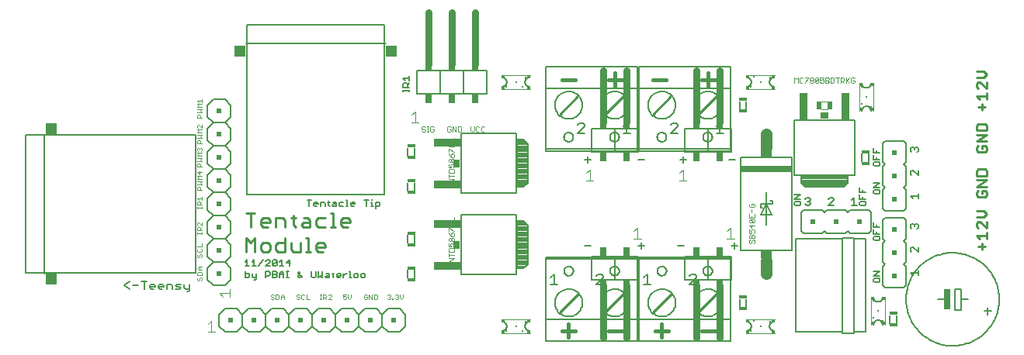
<source format=gto>
G75*
%MOIN*%
%OFA0B0*%
%FSLAX24Y24*%
%IPPOS*%
%LPD*%
%AMOC8*
5,1,8,0,0,1.08239X$1,22.5*
%
%ADD10C,0.0090*%
%ADD11C,0.0050*%
%ADD12C,0.0020*%
%ADD13C,0.0070*%
%ADD14C,0.0110*%
%ADD15C,0.0040*%
%ADD16C,0.0150*%
%ADD17C,0.0080*%
%ADD18C,0.0060*%
%ADD19R,0.0250X0.0900*%
%ADD20C,0.0500*%
%ADD21R,0.2200X0.0300*%
%ADD22R,0.0500X0.0350*%
%ADD23R,0.0240X0.0240*%
%ADD24C,0.0098*%
%ADD25R,0.0177X0.0157*%
%ADD26R,0.0069X0.0128*%
%ADD27R,0.0079X0.0079*%
%ADD28R,0.0157X0.0177*%
%ADD29R,0.0128X0.0069*%
%ADD30R,0.0340X0.0160*%
%ADD31R,0.1140X0.0340*%
%ADD32R,0.0300X0.0340*%
%ADD33C,0.0079*%
%ADD34R,0.0450X0.0502*%
%ADD35R,0.0450X0.0492*%
%ADD36R,0.0502X0.0450*%
%ADD37R,0.0492X0.0450*%
%ADD38C,0.0100*%
%ADD39C,0.0300*%
%ADD40R,0.0300X0.0200*%
%ADD41R,0.0300X0.0400*%
%ADD42R,0.0200X0.0200*%
%ADD43R,0.0197X0.0374*%
%ADD44R,0.0340X0.1140*%
%ADD45R,0.0340X0.0300*%
D10*
X041067Y004565D02*
X041340Y004565D01*
X041204Y004428D02*
X041204Y004702D01*
X041135Y004889D02*
X040998Y005026D01*
X041409Y005026D01*
X041409Y005162D02*
X041409Y004889D01*
X041409Y005349D02*
X041135Y005623D01*
X041067Y005623D01*
X040998Y005554D01*
X040998Y005418D01*
X041067Y005349D01*
X041409Y005349D02*
X041409Y005623D01*
X041272Y005810D02*
X041409Y005946D01*
X041272Y006083D01*
X040998Y006083D01*
X040998Y005810D02*
X041272Y005810D01*
X041340Y006678D02*
X041409Y006747D01*
X041409Y006884D01*
X041340Y006952D01*
X041204Y006952D01*
X041204Y006815D01*
X041067Y006678D02*
X041340Y006678D01*
X041067Y006678D02*
X040998Y006747D01*
X040998Y006884D01*
X041067Y006952D01*
X040998Y007139D02*
X041409Y007412D01*
X040998Y007412D01*
X040998Y007599D02*
X040998Y007804D01*
X041067Y007873D01*
X041340Y007873D01*
X041409Y007804D01*
X041409Y007599D01*
X040998Y007599D01*
X040998Y007139D02*
X041409Y007139D01*
X041340Y008628D02*
X041409Y008697D01*
X041409Y008834D01*
X041340Y008902D01*
X041204Y008902D01*
X041204Y008765D01*
X041067Y008628D02*
X041340Y008628D01*
X041067Y008628D02*
X040998Y008697D01*
X040998Y008834D01*
X041067Y008902D01*
X040998Y009089D02*
X041409Y009362D01*
X040998Y009362D01*
X040998Y009089D02*
X041409Y009089D01*
X041409Y009549D02*
X040998Y009549D01*
X040998Y009754D01*
X041067Y009823D01*
X041340Y009823D01*
X041409Y009754D01*
X041409Y009549D01*
X041204Y010428D02*
X041204Y010702D01*
X041067Y010565D02*
X041340Y010565D01*
X041409Y010889D02*
X041409Y011162D01*
X041409Y011026D02*
X040998Y011026D01*
X041135Y010889D01*
X041067Y011349D02*
X040998Y011418D01*
X040998Y011554D01*
X041067Y011623D01*
X041135Y011623D01*
X041409Y011349D01*
X041409Y011623D01*
X041272Y011810D02*
X041409Y011946D01*
X041272Y012083D01*
X040998Y012083D01*
X040998Y011810D02*
X041272Y011810D01*
D11*
X038422Y008835D02*
X038365Y008835D01*
X038309Y008778D01*
X038309Y008722D01*
X038309Y008778D02*
X038252Y008835D01*
X038195Y008835D01*
X038138Y008778D01*
X038138Y008665D01*
X038195Y008608D01*
X038422Y008608D02*
X038479Y008665D01*
X038479Y008778D01*
X038422Y008835D01*
X036829Y008598D02*
X036559Y008598D01*
X036559Y008778D01*
X036694Y008688D02*
X036694Y008598D01*
X036559Y008483D02*
X036559Y008303D01*
X036829Y008303D01*
X036784Y008188D02*
X036604Y008188D01*
X036559Y008143D01*
X036559Y008053D01*
X036604Y008008D01*
X036784Y008008D01*
X036829Y008053D01*
X036829Y008143D01*
X036784Y008188D01*
X036694Y008303D02*
X036694Y008393D01*
X038138Y007778D02*
X038138Y007665D01*
X038195Y007608D01*
X038138Y007778D02*
X038195Y007835D01*
X038252Y007835D01*
X038479Y007608D01*
X038479Y007835D01*
X036829Y007283D02*
X036559Y007283D01*
X036559Y007103D02*
X036829Y007283D01*
X036829Y007103D02*
X036559Y007103D01*
X036604Y006988D02*
X036559Y006943D01*
X036559Y006853D01*
X036604Y006808D01*
X036784Y006808D01*
X036829Y006853D01*
X036829Y006943D01*
X036784Y006988D01*
X036604Y006988D01*
X036229Y006898D02*
X035959Y006898D01*
X035959Y007078D01*
X036094Y006988D02*
X036094Y006898D01*
X035959Y006783D02*
X035959Y006603D01*
X036229Y006603D01*
X036184Y006488D02*
X036004Y006488D01*
X035959Y006443D01*
X035959Y006353D01*
X036004Y006308D01*
X036184Y006308D01*
X036229Y006353D01*
X036229Y006443D01*
X036184Y006488D01*
X036094Y006603D02*
X036094Y006693D01*
X035733Y006659D02*
X035620Y006545D01*
X035733Y006659D02*
X035733Y006318D01*
X035620Y006318D02*
X035847Y006318D01*
X034847Y006318D02*
X034620Y006318D01*
X034847Y006545D01*
X034847Y006602D01*
X034790Y006659D01*
X034676Y006659D01*
X034620Y006602D01*
X033847Y006602D02*
X033847Y006545D01*
X033790Y006488D01*
X033847Y006432D01*
X033847Y006375D01*
X033790Y006318D01*
X033676Y006318D01*
X033620Y006375D01*
X033733Y006488D02*
X033790Y006488D01*
X033847Y006602D02*
X033790Y006659D01*
X033676Y006659D01*
X033620Y006602D01*
X033429Y006603D02*
X033159Y006603D01*
X033429Y006783D01*
X033159Y006783D01*
X033204Y006488D02*
X033159Y006443D01*
X033159Y006353D01*
X033204Y006308D01*
X033384Y006308D01*
X033429Y006353D01*
X033429Y006443D01*
X033384Y006488D01*
X033204Y006488D01*
X036559Y005578D02*
X036559Y005398D01*
X036829Y005398D01*
X036694Y005398D02*
X036694Y005488D01*
X036559Y005283D02*
X036559Y005103D01*
X036829Y005103D01*
X036784Y004988D02*
X036604Y004988D01*
X036559Y004943D01*
X036559Y004853D01*
X036604Y004808D01*
X036784Y004808D01*
X036829Y004853D01*
X036829Y004943D01*
X036784Y004988D01*
X036694Y005103D02*
X036694Y005193D01*
X036204Y004883D02*
X035704Y004883D01*
X035704Y004933D01*
X035204Y004933D01*
X035204Y004883D01*
X033204Y004883D01*
X033204Y000883D01*
X035204Y000883D01*
X035204Y000833D01*
X035704Y000833D01*
X035704Y000883D01*
X036204Y000883D01*
X036204Y004883D01*
X035704Y004883D02*
X035704Y000883D01*
X035204Y000883D02*
X035204Y004883D01*
X038138Y004478D02*
X038138Y004365D01*
X038195Y004308D01*
X038252Y004535D02*
X038479Y004308D01*
X038479Y004535D01*
X038252Y004535D02*
X038195Y004535D01*
X038138Y004478D01*
X038195Y005308D02*
X038138Y005365D01*
X038138Y005478D01*
X038195Y005535D01*
X038252Y005535D01*
X038309Y005478D01*
X038365Y005535D01*
X038422Y005535D01*
X038479Y005478D01*
X038479Y005365D01*
X038422Y005308D01*
X038309Y005422D02*
X038309Y005478D01*
X038252Y006608D02*
X038138Y006722D01*
X038479Y006722D01*
X038479Y006835D02*
X038479Y006608D01*
X030103Y009408D02*
X029803Y009408D01*
X029953Y009408D02*
X029953Y009859D01*
X029803Y009709D01*
X028153Y009709D02*
X028153Y009784D01*
X028078Y009859D01*
X027928Y009859D01*
X027853Y009784D01*
X028153Y009709D02*
X027853Y009408D01*
X028153Y009408D01*
X026103Y009408D02*
X025803Y009408D01*
X025953Y009408D02*
X025953Y009859D01*
X025803Y009709D01*
X024153Y009709D02*
X024153Y009784D01*
X024078Y009859D01*
X023928Y009859D01*
X023853Y009784D01*
X024153Y009709D02*
X023853Y009408D01*
X024153Y009408D01*
X016629Y011208D02*
X016629Y011298D01*
X016629Y011253D02*
X016359Y011253D01*
X016359Y011208D02*
X016359Y011298D01*
X016359Y011405D02*
X016359Y011540D01*
X016404Y011585D01*
X016494Y011585D01*
X016539Y011540D01*
X016539Y011405D01*
X016629Y011405D02*
X016359Y011405D01*
X016539Y011495D02*
X016629Y011585D01*
X016629Y011699D02*
X016629Y011880D01*
X016629Y011789D02*
X016359Y011789D01*
X016449Y011699D01*
X015604Y013283D02*
X009604Y013283D01*
X000954Y009383D02*
X000954Y003383D01*
X009579Y003388D02*
X009714Y003388D01*
X009759Y003343D01*
X009759Y003253D01*
X009714Y003208D01*
X009579Y003208D01*
X009579Y003479D01*
X009579Y003708D02*
X009759Y003708D01*
X009669Y003708D02*
X009669Y003979D01*
X009579Y003888D01*
X009873Y003888D02*
X009964Y003979D01*
X009964Y003708D01*
X010054Y003708D02*
X009873Y003708D01*
X010168Y003708D02*
X010348Y003979D01*
X010463Y003934D02*
X010508Y003979D01*
X010598Y003979D01*
X010643Y003934D01*
X010643Y003888D01*
X010463Y003708D01*
X010643Y003708D01*
X010757Y003753D02*
X010802Y003708D01*
X010893Y003708D01*
X010938Y003753D01*
X010938Y003934D01*
X010757Y003753D01*
X010757Y003934D01*
X010802Y003979D01*
X010893Y003979D01*
X010938Y003934D01*
X011052Y003888D02*
X011142Y003979D01*
X011142Y003708D01*
X011052Y003708D02*
X011232Y003708D01*
X011347Y003843D02*
X011527Y003843D01*
X011482Y003708D02*
X011482Y003979D01*
X011347Y003843D01*
X011347Y003479D02*
X011437Y003479D01*
X011392Y003479D02*
X011392Y003208D01*
X011347Y003208D02*
X011437Y003208D01*
X011232Y003208D02*
X011232Y003388D01*
X011142Y003479D01*
X011052Y003388D01*
X011052Y003208D01*
X010938Y003253D02*
X010938Y003298D01*
X010893Y003343D01*
X010757Y003343D01*
X010643Y003343D02*
X010598Y003298D01*
X010463Y003298D01*
X010463Y003208D02*
X010463Y003479D01*
X010598Y003479D01*
X010643Y003434D01*
X010643Y003343D01*
X010757Y003208D02*
X010893Y003208D01*
X010938Y003253D01*
X010893Y003343D02*
X010938Y003388D01*
X010938Y003434D01*
X010893Y003479D01*
X010757Y003479D01*
X010757Y003208D01*
X011052Y003343D02*
X011232Y003343D01*
X011838Y003298D02*
X011838Y003253D01*
X011883Y003208D01*
X011928Y003208D01*
X012018Y003298D01*
X012018Y003208D02*
X011838Y003388D01*
X011838Y003434D01*
X011883Y003479D01*
X011928Y003434D01*
X011928Y003388D01*
X011838Y003298D01*
X012427Y003253D02*
X012472Y003208D01*
X012562Y003208D01*
X012607Y003253D01*
X012607Y003479D01*
X012722Y003479D02*
X012722Y003208D01*
X012812Y003298D01*
X012902Y003208D01*
X012902Y003479D01*
X013061Y003388D02*
X013151Y003388D01*
X013197Y003343D01*
X013197Y003208D01*
X013061Y003208D01*
X013016Y003253D01*
X013061Y003298D01*
X013197Y003298D01*
X013311Y003388D02*
X013401Y003388D01*
X013356Y003434D02*
X013356Y003253D01*
X013401Y003208D01*
X013507Y003253D02*
X013507Y003343D01*
X013553Y003388D01*
X013643Y003388D01*
X013688Y003343D01*
X013688Y003298D01*
X013507Y003298D01*
X013507Y003253D02*
X013553Y003208D01*
X013643Y003208D01*
X013802Y003208D02*
X013802Y003388D01*
X013802Y003298D02*
X013892Y003388D01*
X013937Y003388D01*
X014048Y003479D02*
X014093Y003479D01*
X014093Y003208D01*
X014048Y003208D02*
X014138Y003208D01*
X014244Y003253D02*
X014289Y003208D01*
X014379Y003208D01*
X014424Y003253D01*
X014424Y003343D01*
X014379Y003388D01*
X014289Y003388D01*
X014244Y003343D01*
X014244Y003253D01*
X014539Y003253D02*
X014539Y003343D01*
X014584Y003388D01*
X014674Y003388D01*
X014719Y003343D01*
X014719Y003253D01*
X014674Y003208D01*
X014584Y003208D01*
X014539Y003253D01*
X012427Y003253D02*
X012427Y003479D01*
X010054Y003388D02*
X010054Y003163D01*
X010009Y003118D01*
X009964Y003118D01*
X009918Y003208D02*
X010054Y003208D01*
X009918Y003208D02*
X009873Y003253D01*
X009873Y003388D01*
X015184Y006198D02*
X015184Y006468D01*
X015319Y006468D01*
X015364Y006423D01*
X015364Y006333D01*
X015319Y006288D01*
X015184Y006288D01*
X015078Y006288D02*
X014988Y006288D01*
X015033Y006288D02*
X015033Y006468D01*
X014988Y006468D01*
X015033Y006559D02*
X015033Y006604D01*
X014873Y006559D02*
X014693Y006559D01*
X014783Y006559D02*
X014783Y006288D01*
X014284Y006378D02*
X014104Y006378D01*
X014104Y006333D02*
X014104Y006423D01*
X014149Y006468D01*
X014239Y006468D01*
X014284Y006423D01*
X014284Y006378D01*
X014239Y006288D02*
X014149Y006288D01*
X014104Y006333D01*
X013997Y006288D02*
X013907Y006288D01*
X013952Y006288D02*
X013952Y006559D01*
X013907Y006559D01*
X013793Y006468D02*
X013658Y006468D01*
X013613Y006423D01*
X013613Y006333D01*
X013658Y006288D01*
X013793Y006288D01*
X013498Y006288D02*
X013498Y006423D01*
X013453Y006468D01*
X013363Y006468D01*
X013363Y006378D02*
X013498Y006378D01*
X013498Y006288D02*
X013363Y006288D01*
X013318Y006333D01*
X013363Y006378D01*
X013212Y006288D02*
X013167Y006333D01*
X013167Y006514D01*
X013122Y006468D02*
X013212Y006468D01*
X013007Y006423D02*
X013007Y006288D01*
X013007Y006423D02*
X012962Y006468D01*
X012827Y006468D01*
X012827Y006288D01*
X012712Y006378D02*
X012532Y006378D01*
X012532Y006333D02*
X012532Y006423D01*
X012577Y006468D01*
X012667Y006468D01*
X012712Y006423D01*
X012712Y006378D01*
X012667Y006288D02*
X012577Y006288D01*
X012532Y006333D01*
X012328Y006288D02*
X012328Y006559D01*
X012238Y006559D02*
X012418Y006559D01*
X022695Y003209D02*
X022845Y003359D01*
X022845Y002908D01*
X022695Y002908D02*
X022995Y002908D01*
X024645Y002908D02*
X024945Y003209D01*
X024945Y003284D01*
X024870Y003359D01*
X024720Y003359D01*
X024645Y003284D01*
X024645Y002908D02*
X024945Y002908D01*
X026695Y002908D02*
X026995Y002908D01*
X026845Y002908D02*
X026845Y003359D01*
X026695Y003209D01*
X028645Y003284D02*
X028720Y003359D01*
X028870Y003359D01*
X028945Y003284D01*
X028945Y003209D01*
X028645Y002908D01*
X028945Y002908D01*
X036559Y003053D02*
X036604Y003008D01*
X036784Y003008D01*
X036829Y003053D01*
X036829Y003143D01*
X036784Y003188D01*
X036604Y003188D01*
X036559Y003143D01*
X036559Y003053D01*
X036559Y003303D02*
X036829Y003483D01*
X036559Y003483D01*
X036559Y003303D02*
X036829Y003303D01*
X038138Y003422D02*
X038479Y003422D01*
X038479Y003535D02*
X038479Y003308D01*
X038252Y003308D02*
X038138Y003422D01*
D12*
X031444Y004730D02*
X031407Y004693D01*
X031444Y004730D02*
X031444Y004803D01*
X031407Y004840D01*
X031370Y004840D01*
X031334Y004803D01*
X031334Y004730D01*
X031297Y004693D01*
X031260Y004693D01*
X031224Y004730D01*
X031224Y004803D01*
X031260Y004840D01*
X031224Y004914D02*
X031224Y005024D01*
X031260Y005061D01*
X031297Y005061D01*
X031334Y005024D01*
X031334Y004914D01*
X031444Y004914D02*
X031444Y005024D01*
X031407Y005061D01*
X031370Y005061D01*
X031334Y005024D01*
X031334Y005135D02*
X031224Y005135D01*
X031224Y005282D01*
X031297Y005245D02*
X031297Y005209D01*
X031334Y005135D01*
X031407Y005135D02*
X031444Y005172D01*
X031444Y005245D01*
X031407Y005282D01*
X031334Y005282D01*
X031297Y005245D01*
X031334Y005356D02*
X031334Y005503D01*
X031407Y005577D02*
X031260Y005724D01*
X031407Y005724D01*
X031444Y005687D01*
X031444Y005614D01*
X031407Y005577D01*
X031260Y005577D01*
X031224Y005614D01*
X031224Y005687D01*
X031260Y005724D01*
X031224Y005798D02*
X031444Y005798D01*
X031444Y005945D01*
X031334Y005872D02*
X031334Y005798D01*
X031224Y005798D02*
X031224Y005945D01*
X031334Y006019D02*
X031334Y006166D01*
X031407Y006240D02*
X031444Y006277D01*
X031444Y006350D01*
X031407Y006387D01*
X031334Y006387D01*
X031334Y006314D01*
X031260Y006387D02*
X031224Y006350D01*
X031224Y006277D01*
X031260Y006240D01*
X031407Y006240D01*
X031444Y005466D02*
X031224Y005466D01*
X031334Y005356D01*
X031444Y004914D02*
X031224Y004914D01*
X019853Y009530D02*
X019816Y009493D01*
X019742Y009493D01*
X019706Y009530D01*
X019706Y009677D01*
X019742Y009714D01*
X019816Y009714D01*
X019853Y009677D01*
X019632Y009677D02*
X019595Y009714D01*
X019521Y009714D01*
X019485Y009677D01*
X019485Y009530D01*
X019521Y009493D01*
X019595Y009493D01*
X019632Y009530D01*
X019411Y009567D02*
X019337Y009493D01*
X019264Y009567D01*
X019264Y009714D01*
X019411Y009714D02*
X019411Y009567D01*
X018853Y009530D02*
X018816Y009493D01*
X018706Y009493D01*
X018706Y009714D01*
X018816Y009714D01*
X018853Y009677D01*
X018853Y009530D01*
X018853Y009677D01*
X018816Y009714D01*
X018706Y009714D01*
X018706Y009493D01*
X018816Y009493D01*
X018853Y009530D01*
X018632Y009493D02*
X018485Y009714D01*
X018485Y009493D01*
X018485Y009714D01*
X018632Y009493D01*
X018632Y009714D01*
X018632Y009493D01*
X018411Y009530D02*
X018411Y009603D01*
X018337Y009603D01*
X018411Y009603D01*
X018411Y009530D01*
X018374Y009493D01*
X018300Y009493D01*
X018264Y009530D01*
X018264Y009677D01*
X018300Y009714D01*
X018374Y009714D01*
X018411Y009677D01*
X018374Y009714D01*
X018300Y009714D01*
X018264Y009677D01*
X018264Y009530D01*
X018300Y009493D01*
X018374Y009493D01*
X018411Y009530D01*
X017679Y009530D02*
X017642Y009493D01*
X017569Y009493D01*
X017532Y009530D01*
X017532Y009677D01*
X017569Y009714D01*
X017642Y009714D01*
X017679Y009677D01*
X017679Y009603D02*
X017605Y009603D01*
X017679Y009603D02*
X017679Y009530D01*
X017458Y009493D02*
X017385Y009493D01*
X017421Y009493D02*
X017421Y009714D01*
X017385Y009714D02*
X017458Y009714D01*
X017311Y009677D02*
X017274Y009714D01*
X017200Y009714D01*
X017164Y009677D01*
X017164Y009640D01*
X017200Y009603D01*
X017274Y009603D01*
X017311Y009567D01*
X017311Y009530D01*
X017274Y009493D01*
X017200Y009493D01*
X017164Y009530D01*
X018544Y009208D02*
X018544Y009061D01*
X018324Y009061D01*
X018324Y008987D02*
X018544Y008987D01*
X018324Y008840D01*
X018544Y008840D01*
X018360Y008766D02*
X018507Y008619D01*
X018544Y008619D01*
X018507Y008545D02*
X018470Y008545D01*
X018434Y008508D01*
X018434Y008398D01*
X018507Y008398D01*
X018544Y008435D01*
X018544Y008508D01*
X018507Y008545D01*
X018360Y008472D02*
X018324Y008545D01*
X018324Y008619D02*
X018324Y008766D01*
X018360Y008766D01*
X018360Y008472D02*
X018434Y008398D01*
X018470Y008324D02*
X018507Y008324D01*
X018544Y008287D01*
X018544Y008214D01*
X018507Y008177D01*
X018470Y008177D01*
X018434Y008214D01*
X018434Y008287D01*
X018470Y008324D01*
X018434Y008287D02*
X018397Y008324D01*
X018360Y008324D01*
X018324Y008287D01*
X018324Y008214D01*
X018360Y008177D01*
X018397Y008177D01*
X018434Y008214D01*
X018434Y008103D02*
X018507Y008103D01*
X018544Y008066D01*
X018544Y007993D01*
X018507Y007956D01*
X018434Y007956D02*
X018397Y008030D01*
X018397Y008066D01*
X018434Y008103D01*
X018324Y008103D02*
X018324Y007956D01*
X018434Y007956D01*
X018507Y007882D02*
X018360Y007882D01*
X018324Y007845D01*
X018324Y007735D01*
X018544Y007735D01*
X018544Y007845D01*
X018507Y007882D01*
X018324Y007661D02*
X018324Y007514D01*
X018324Y007588D02*
X018544Y007588D01*
X018544Y007440D02*
X018324Y007440D01*
X018324Y007293D02*
X018544Y007440D01*
X018544Y007293D02*
X018324Y007293D01*
X018544Y005808D02*
X018544Y005661D01*
X018324Y005661D01*
X018324Y005587D02*
X018544Y005587D01*
X018324Y005440D01*
X018544Y005440D01*
X018360Y005366D02*
X018507Y005219D01*
X018544Y005219D01*
X018507Y005145D02*
X018470Y005145D01*
X018434Y005108D01*
X018434Y004998D01*
X018507Y004998D01*
X018544Y005035D01*
X018544Y005108D01*
X018507Y005145D01*
X018360Y005072D02*
X018434Y004998D01*
X018470Y004924D02*
X018507Y004924D01*
X018544Y004887D01*
X018544Y004814D01*
X018507Y004777D01*
X018470Y004777D01*
X018434Y004814D01*
X018434Y004887D01*
X018470Y004924D01*
X018434Y004887D02*
X018397Y004924D01*
X018360Y004924D01*
X018324Y004887D01*
X018324Y004814D01*
X018360Y004777D01*
X018397Y004777D01*
X018434Y004814D01*
X018434Y004703D02*
X018507Y004703D01*
X018544Y004666D01*
X018544Y004593D01*
X018507Y004556D01*
X018434Y004556D02*
X018397Y004630D01*
X018397Y004666D01*
X018434Y004703D01*
X018324Y004703D02*
X018324Y004556D01*
X018434Y004556D01*
X018507Y004482D02*
X018360Y004482D01*
X018324Y004445D01*
X018324Y004335D01*
X018544Y004335D01*
X018544Y004445D01*
X018507Y004482D01*
X018324Y004261D02*
X018324Y004114D01*
X018324Y004188D02*
X018544Y004188D01*
X018544Y004040D02*
X018324Y004040D01*
X018324Y003893D02*
X018544Y004040D01*
X018544Y003893D02*
X018324Y003893D01*
X018360Y005072D02*
X018324Y005145D01*
X018324Y005219D02*
X018324Y005366D01*
X018360Y005366D01*
X033164Y011593D02*
X033164Y011814D01*
X033237Y011740D01*
X033311Y011814D01*
X033311Y011593D01*
X033385Y011630D02*
X033421Y011593D01*
X033495Y011593D01*
X033532Y011630D01*
X033606Y011630D02*
X033606Y011593D01*
X033606Y011630D02*
X033753Y011777D01*
X033753Y011814D01*
X033606Y011814D01*
X033532Y011777D02*
X033495Y011814D01*
X033421Y011814D01*
X033385Y011777D01*
X033385Y011630D01*
X033827Y011630D02*
X033863Y011593D01*
X033937Y011593D01*
X033974Y011630D01*
X033974Y011667D01*
X033937Y011703D01*
X033863Y011703D01*
X033827Y011740D01*
X033827Y011777D01*
X033863Y011814D01*
X033937Y011814D01*
X033974Y011777D01*
X033974Y011740D01*
X033937Y011703D01*
X033863Y011703D02*
X033827Y011667D01*
X033827Y011630D01*
X034048Y011630D02*
X034195Y011777D01*
X034195Y011630D01*
X034158Y011593D01*
X034084Y011593D01*
X034048Y011630D01*
X034048Y011777D01*
X034084Y011814D01*
X034158Y011814D01*
X034195Y011777D01*
X034269Y011814D02*
X034269Y011703D01*
X034342Y011740D01*
X034379Y011740D01*
X034416Y011703D01*
X034416Y011630D01*
X034379Y011593D01*
X034305Y011593D01*
X034269Y011630D01*
X034269Y011814D02*
X034416Y011814D01*
X034490Y011814D02*
X034600Y011814D01*
X034636Y011777D01*
X034636Y011740D01*
X034600Y011703D01*
X034490Y011703D01*
X034490Y011593D02*
X034600Y011593D01*
X034636Y011630D01*
X034636Y011667D01*
X034600Y011703D01*
X034490Y011593D02*
X034490Y011814D01*
X034711Y011814D02*
X034821Y011814D01*
X034857Y011777D01*
X034857Y011630D01*
X034821Y011593D01*
X034711Y011593D01*
X034711Y011814D01*
X034932Y011814D02*
X035078Y011814D01*
X035005Y011814D02*
X035005Y011593D01*
X035153Y011593D02*
X035153Y011814D01*
X035263Y011814D01*
X035299Y011777D01*
X035299Y011703D01*
X035263Y011667D01*
X035153Y011667D01*
X035226Y011667D02*
X035299Y011593D01*
X035374Y011593D02*
X035374Y011814D01*
X035410Y011703D02*
X035520Y011593D01*
X035595Y011630D02*
X035631Y011593D01*
X035705Y011593D01*
X035741Y011630D01*
X035741Y011703D01*
X035668Y011703D01*
X035595Y011777D02*
X035595Y011630D01*
X035595Y011777D02*
X035631Y011814D01*
X035705Y011814D01*
X035741Y011777D01*
X035520Y011814D02*
X035374Y011667D01*
D13*
X007132Y002608D02*
X007077Y002608D01*
X007132Y002608D02*
X007187Y002663D01*
X007187Y002939D01*
X006967Y002939D02*
X006967Y002773D01*
X007022Y002718D01*
X007187Y002718D01*
X006819Y002773D02*
X006764Y002828D01*
X006654Y002828D01*
X006599Y002883D01*
X006654Y002939D01*
X006819Y002939D01*
X006819Y002773D02*
X006764Y002718D01*
X006599Y002718D01*
X006451Y002718D02*
X006451Y002883D01*
X006395Y002939D01*
X006230Y002939D01*
X006230Y002718D01*
X006082Y002828D02*
X005862Y002828D01*
X005862Y002773D02*
X005862Y002883D01*
X005917Y002939D01*
X006027Y002939D01*
X006082Y002883D01*
X006082Y002828D01*
X006027Y002718D02*
X005917Y002718D01*
X005862Y002773D01*
X005714Y002828D02*
X005494Y002828D01*
X005494Y002773D02*
X005494Y002883D01*
X005549Y002939D01*
X005659Y002939D01*
X005714Y002883D01*
X005714Y002828D01*
X005659Y002718D02*
X005549Y002718D01*
X005494Y002773D01*
X005236Y002718D02*
X005236Y003049D01*
X005346Y003049D02*
X005125Y003049D01*
X004977Y002883D02*
X004757Y002883D01*
X004609Y002718D02*
X004389Y002883D01*
X004609Y003049D01*
D14*
X009609Y004338D02*
X009609Y004929D01*
X009806Y004732D01*
X010002Y004929D01*
X010002Y004338D01*
X010253Y004437D02*
X010352Y004338D01*
X010549Y004338D01*
X010647Y004437D01*
X010647Y004634D01*
X010549Y004732D01*
X010352Y004732D01*
X010253Y004634D01*
X010253Y004437D01*
X010898Y004437D02*
X010898Y004634D01*
X010996Y004732D01*
X011292Y004732D01*
X011542Y004732D02*
X011542Y004437D01*
X011641Y004338D01*
X011936Y004338D01*
X011936Y004732D01*
X012617Y004634D02*
X012715Y004732D01*
X012912Y004732D01*
X013010Y004634D01*
X013010Y004535D01*
X012617Y004535D01*
X012617Y004437D02*
X012617Y004634D01*
X012617Y004437D02*
X012715Y004338D01*
X012912Y004338D01*
X012384Y004338D02*
X012187Y004338D01*
X012285Y004338D02*
X012285Y004929D01*
X012187Y004929D01*
X011292Y004929D02*
X011292Y004338D01*
X010996Y004338D01*
X010898Y004437D01*
X010898Y005388D02*
X010898Y005782D01*
X011193Y005782D01*
X011292Y005684D01*
X011292Y005388D01*
X011641Y005487D02*
X011739Y005388D01*
X011641Y005487D02*
X011641Y005880D01*
X011739Y005782D02*
X011542Y005782D01*
X011972Y005487D02*
X012071Y005585D01*
X012366Y005585D01*
X012366Y005684D02*
X012366Y005388D01*
X012071Y005388D01*
X011972Y005487D01*
X012617Y005487D02*
X012715Y005388D01*
X013010Y005388D01*
X013261Y005388D02*
X013458Y005388D01*
X013360Y005388D02*
X013360Y005979D01*
X013261Y005979D01*
X013010Y005782D02*
X012715Y005782D01*
X012617Y005684D01*
X012617Y005487D01*
X012366Y005684D02*
X012267Y005782D01*
X012071Y005782D01*
X010647Y005684D02*
X010647Y005585D01*
X010253Y005585D01*
X010253Y005487D02*
X010253Y005684D01*
X010352Y005782D01*
X010549Y005782D01*
X010647Y005684D01*
X010549Y005388D02*
X010352Y005388D01*
X010253Y005487D01*
X009806Y005388D02*
X009806Y005979D01*
X010002Y005979D02*
X009609Y005979D01*
X013691Y005684D02*
X013691Y005487D01*
X013789Y005388D01*
X013986Y005388D01*
X014085Y005585D02*
X013691Y005585D01*
X013691Y005684D02*
X013789Y005782D01*
X013986Y005782D01*
X014085Y005684D01*
X014085Y005585D01*
D15*
X007734Y005605D02*
X007734Y005472D01*
X007600Y005605D01*
X007567Y005605D01*
X007534Y005572D01*
X007534Y005505D01*
X007567Y005472D01*
X007567Y005384D02*
X007634Y005384D01*
X007667Y005351D01*
X007667Y005251D01*
X007667Y005317D02*
X007734Y005384D01*
X007734Y005251D02*
X007534Y005251D01*
X007534Y005351D01*
X007567Y005384D01*
X007534Y005170D02*
X007534Y005103D01*
X007534Y005137D02*
X007734Y005137D01*
X007734Y005170D02*
X007734Y005103D01*
X007734Y004679D02*
X007734Y004545D01*
X007534Y004545D01*
X007567Y004458D02*
X007534Y004424D01*
X007534Y004358D01*
X007567Y004324D01*
X007700Y004324D01*
X007734Y004358D01*
X007734Y004424D01*
X007700Y004458D01*
X007700Y004237D02*
X007734Y004203D01*
X007734Y004137D01*
X007700Y004103D01*
X007634Y004137D02*
X007634Y004203D01*
X007667Y004237D01*
X007700Y004237D01*
X007634Y004137D02*
X007600Y004103D01*
X007567Y004103D01*
X007534Y004137D01*
X007534Y004203D01*
X007567Y004237D01*
X007600Y003679D02*
X007534Y003612D01*
X007600Y003545D01*
X007734Y003545D01*
X007700Y003458D02*
X007567Y003458D01*
X007534Y003424D01*
X007534Y003324D01*
X007734Y003324D01*
X007734Y003424D01*
X007700Y003458D01*
X007634Y003545D02*
X007634Y003679D01*
X007600Y003679D02*
X007734Y003679D01*
X007700Y003237D02*
X007734Y003203D01*
X007734Y003137D01*
X007700Y003103D01*
X007634Y003137D02*
X007600Y003103D01*
X007567Y003103D01*
X007534Y003137D01*
X007534Y003203D01*
X007567Y003237D01*
X007634Y003203D02*
X007667Y003237D01*
X007700Y003237D01*
X007634Y003203D02*
X007634Y003137D01*
X008934Y002710D02*
X008934Y002403D01*
X008934Y002557D02*
X008473Y002557D01*
X008627Y002403D01*
X010674Y002437D02*
X010707Y002403D01*
X010774Y002403D01*
X010807Y002370D01*
X010807Y002337D01*
X010774Y002303D01*
X010707Y002303D01*
X010674Y002337D01*
X010674Y002437D02*
X010674Y002470D01*
X010707Y002504D01*
X010774Y002504D01*
X010807Y002470D01*
X010895Y002504D02*
X010995Y002504D01*
X011028Y002470D01*
X011028Y002337D01*
X010995Y002303D01*
X010895Y002303D01*
X010895Y002504D01*
X011116Y002437D02*
X011116Y002303D01*
X011116Y002403D02*
X011249Y002403D01*
X011249Y002437D02*
X011249Y002303D01*
X011249Y002437D02*
X011182Y002504D01*
X011116Y002437D01*
X011774Y002437D02*
X011807Y002403D01*
X011874Y002403D01*
X011907Y002370D01*
X011907Y002337D01*
X011874Y002303D01*
X011807Y002303D01*
X011774Y002337D01*
X011774Y002437D02*
X011774Y002470D01*
X011807Y002504D01*
X011874Y002504D01*
X011907Y002470D01*
X011995Y002470D02*
X011995Y002337D01*
X012028Y002303D01*
X012095Y002303D01*
X012128Y002337D01*
X012216Y002303D02*
X012349Y002303D01*
X012216Y002303D02*
X012216Y002504D01*
X012128Y002470D02*
X012095Y002504D01*
X012028Y002504D01*
X011995Y002470D01*
X012774Y002504D02*
X012841Y002504D01*
X012807Y002504D02*
X012807Y002303D01*
X012774Y002303D02*
X012841Y002303D01*
X012921Y002303D02*
X012921Y002504D01*
X013021Y002504D01*
X013055Y002470D01*
X013055Y002403D01*
X013021Y002370D01*
X012921Y002370D01*
X012988Y002370D02*
X013055Y002303D01*
X013142Y002303D02*
X013276Y002437D01*
X013276Y002470D01*
X013242Y002504D01*
X013175Y002504D01*
X013142Y002470D01*
X013142Y002303D02*
X013276Y002303D01*
X013774Y002337D02*
X013807Y002303D01*
X013874Y002303D01*
X013907Y002337D01*
X013907Y002403D01*
X013874Y002437D01*
X013841Y002437D01*
X013774Y002403D01*
X013774Y002504D01*
X013907Y002504D01*
X013995Y002504D02*
X013995Y002370D01*
X014061Y002303D01*
X014128Y002370D01*
X014128Y002504D01*
X014674Y002470D02*
X014674Y002337D01*
X014707Y002303D01*
X014774Y002303D01*
X014807Y002337D01*
X014807Y002403D01*
X014741Y002403D01*
X014807Y002470D02*
X014774Y002504D01*
X014707Y002504D01*
X014674Y002470D01*
X014895Y002504D02*
X015028Y002303D01*
X015028Y002504D01*
X015116Y002504D02*
X015216Y002504D01*
X015249Y002470D01*
X015249Y002337D01*
X015216Y002303D01*
X015116Y002303D01*
X015116Y002504D01*
X014895Y002504D02*
X014895Y002303D01*
X015674Y002337D02*
X015707Y002303D01*
X015774Y002303D01*
X015807Y002337D01*
X015807Y002370D01*
X015774Y002403D01*
X015741Y002403D01*
X015774Y002403D02*
X015807Y002437D01*
X015807Y002470D01*
X015774Y002504D01*
X015707Y002504D01*
X015674Y002470D01*
X015895Y002337D02*
X015928Y002337D01*
X015928Y002303D01*
X015895Y002303D01*
X015895Y002337D01*
X016005Y002337D02*
X016039Y002303D01*
X016105Y002303D01*
X016139Y002337D01*
X016139Y002370D01*
X016105Y002403D01*
X016072Y002403D01*
X016105Y002403D02*
X016139Y002437D01*
X016139Y002470D01*
X016105Y002504D01*
X016039Y002504D01*
X016005Y002470D01*
X016226Y002504D02*
X016226Y002370D01*
X016293Y002303D01*
X016360Y002370D01*
X016360Y002504D01*
X020594Y001429D02*
X021814Y001429D01*
X021814Y000838D02*
X020594Y000838D01*
X031094Y000838D02*
X032314Y000838D01*
X032314Y001429D02*
X031094Y001429D01*
X036459Y001173D02*
X036459Y002394D01*
X037049Y002394D02*
X037049Y001173D01*
X030570Y004903D02*
X030263Y004903D01*
X030417Y004903D02*
X030417Y005364D01*
X030263Y005210D01*
X026570Y004903D02*
X026263Y004903D01*
X026417Y004903D02*
X026417Y005364D01*
X026263Y005210D01*
X024531Y007403D02*
X024224Y007403D01*
X024377Y007403D02*
X024377Y007864D01*
X024224Y007710D01*
X028224Y007710D02*
X028377Y007864D01*
X028377Y007403D01*
X028224Y007403D02*
X028531Y007403D01*
X035959Y010373D02*
X035959Y011594D01*
X036549Y011594D02*
X036549Y010373D01*
X034594Y010468D02*
X034314Y010468D01*
X034314Y010803D02*
X034594Y010803D01*
X032314Y011338D02*
X031094Y011338D01*
X031094Y011929D02*
X032314Y011929D01*
X021814Y011929D02*
X020594Y011929D01*
X020594Y011338D02*
X021814Y011338D01*
X017031Y009903D02*
X016724Y009903D01*
X016877Y009903D02*
X016877Y010364D01*
X016724Y010210D01*
X007734Y010103D02*
X007534Y010103D01*
X007534Y010203D01*
X007567Y010237D01*
X007634Y010237D01*
X007667Y010203D01*
X007667Y010103D01*
X007734Y010324D02*
X007534Y010324D01*
X007534Y010458D02*
X007734Y010458D01*
X007667Y010391D01*
X007734Y010324D01*
X007734Y010545D02*
X007534Y010545D01*
X007600Y010612D01*
X007534Y010679D01*
X007734Y010679D01*
X007734Y010766D02*
X007734Y010900D01*
X007734Y010833D02*
X007534Y010833D01*
X007600Y010766D01*
X007600Y009800D02*
X007567Y009800D01*
X007534Y009766D01*
X007534Y009700D01*
X007567Y009666D01*
X007534Y009579D02*
X007734Y009579D01*
X007734Y009666D02*
X007600Y009800D01*
X007734Y009800D02*
X007734Y009666D01*
X007600Y009512D02*
X007534Y009445D01*
X007734Y009445D01*
X007734Y009358D02*
X007534Y009358D01*
X007534Y009224D02*
X007734Y009224D01*
X007667Y009291D01*
X007734Y009358D01*
X007600Y009512D02*
X007534Y009579D01*
X007567Y009137D02*
X007634Y009137D01*
X007667Y009103D01*
X007667Y009003D01*
X007734Y009003D02*
X007534Y009003D01*
X007534Y009103D01*
X007567Y009137D01*
X007567Y008800D02*
X007600Y008800D01*
X007634Y008766D01*
X007667Y008800D01*
X007700Y008800D01*
X007734Y008766D01*
X007734Y008700D01*
X007700Y008666D01*
X007734Y008579D02*
X007534Y008579D01*
X007600Y008512D01*
X007534Y008445D01*
X007734Y008445D01*
X007734Y008358D02*
X007534Y008358D01*
X007534Y008224D02*
X007734Y008224D01*
X007667Y008291D01*
X007734Y008358D01*
X007634Y008137D02*
X007567Y008137D01*
X007534Y008103D01*
X007534Y008003D01*
X007734Y008003D01*
X007667Y008003D02*
X007667Y008103D01*
X007634Y008137D01*
X007634Y007800D02*
X007634Y007666D01*
X007534Y007766D01*
X007734Y007766D01*
X007734Y007579D02*
X007534Y007579D01*
X007600Y007512D01*
X007534Y007445D01*
X007734Y007445D01*
X007734Y007358D02*
X007534Y007358D01*
X007534Y007224D02*
X007734Y007224D01*
X007667Y007291D01*
X007734Y007358D01*
X007634Y007137D02*
X007567Y007137D01*
X007534Y007103D01*
X007534Y007003D01*
X007734Y007003D01*
X007667Y007003D02*
X007667Y007103D01*
X007634Y007137D01*
X007734Y006705D02*
X007734Y006572D01*
X007734Y006638D02*
X007534Y006638D01*
X007600Y006572D01*
X007567Y006484D02*
X007634Y006484D01*
X007667Y006451D01*
X007667Y006351D01*
X007667Y006417D02*
X007734Y006484D01*
X007734Y006351D02*
X007534Y006351D01*
X007534Y006451D01*
X007567Y006484D01*
X007534Y006270D02*
X007534Y006203D01*
X007534Y006237D02*
X007734Y006237D01*
X007734Y006270D02*
X007734Y006203D01*
X007567Y008666D02*
X007534Y008700D01*
X007534Y008766D01*
X007567Y008800D01*
X007634Y008766D02*
X007634Y008733D01*
X008127Y001364D02*
X008127Y000903D01*
X007974Y000903D02*
X008281Y000903D01*
X007974Y001210D02*
X008127Y001364D01*
D16*
X023179Y000934D02*
X023746Y000934D01*
X023462Y001217D02*
X023462Y000650D01*
X025179Y000934D02*
X025746Y000934D01*
X027179Y000934D02*
X027746Y000934D01*
X027462Y001217D02*
X027462Y000650D01*
X029179Y000934D02*
X029746Y000934D01*
X029462Y011450D02*
X029462Y012017D01*
X029462Y011450D01*
X029179Y011734D02*
X029746Y011734D01*
X029179Y011734D01*
X027646Y011734D02*
X027079Y011734D01*
X027646Y011734D01*
X025746Y011734D02*
X025179Y011734D01*
X025746Y011734D01*
X025462Y012017D02*
X025462Y011450D01*
X025462Y012017D01*
X023746Y011734D02*
X023179Y011734D01*
X023746Y011734D01*
D17*
X021794Y011830D02*
X021767Y011828D01*
X021741Y011823D01*
X021716Y011814D01*
X021692Y011801D01*
X021670Y011786D01*
X021650Y011767D01*
X021633Y011747D01*
X021619Y011724D01*
X021608Y011699D01*
X021601Y011673D01*
X021597Y011646D01*
X021597Y011620D01*
X021601Y011593D01*
X021608Y011567D01*
X021619Y011542D01*
X021633Y011519D01*
X021650Y011499D01*
X021670Y011480D01*
X021692Y011465D01*
X021716Y011452D01*
X021741Y011443D01*
X021767Y011438D01*
X021794Y011436D01*
X020613Y011436D02*
X020640Y011438D01*
X020666Y011443D01*
X020691Y011452D01*
X020715Y011465D01*
X020737Y011480D01*
X020757Y011499D01*
X020774Y011519D01*
X020788Y011542D01*
X020799Y011567D01*
X020806Y011593D01*
X020810Y011620D01*
X020810Y011646D01*
X020806Y011673D01*
X020799Y011699D01*
X020788Y011724D01*
X020774Y011747D01*
X020757Y011767D01*
X020737Y011786D01*
X020715Y011801D01*
X020691Y011814D01*
X020666Y011823D01*
X020640Y011828D01*
X020613Y011830D01*
X015567Y014097D02*
X015567Y006774D01*
X009640Y006774D01*
X009640Y014097D01*
X015567Y014097D01*
X018854Y009423D02*
X021214Y009423D01*
X021213Y006843D01*
X021214Y006843D02*
X018854Y006843D01*
X018854Y009423D01*
X021254Y009143D02*
X021254Y007123D01*
X021534Y007123D01*
X021714Y007303D01*
X021714Y008963D01*
X021534Y009143D01*
X021254Y009143D01*
X024144Y008284D02*
X024424Y008284D01*
X024284Y008424D02*
X024284Y008143D01*
X026444Y008284D02*
X026724Y008284D01*
X028244Y008284D02*
X028524Y008284D01*
X028384Y008424D02*
X028384Y008143D01*
X030344Y008284D02*
X030624Y008284D01*
X033163Y007624D02*
X035744Y007623D01*
X035744Y009983D01*
X033164Y009983D01*
X033164Y007623D01*
X033444Y007583D02*
X035464Y007583D01*
X035464Y007303D01*
X035284Y007123D01*
X033624Y007123D01*
X033444Y007303D01*
X033444Y007583D01*
X036057Y010393D02*
X036059Y010420D01*
X036064Y010446D01*
X036073Y010471D01*
X036086Y010495D01*
X036101Y010517D01*
X036120Y010537D01*
X036140Y010554D01*
X036163Y010568D01*
X036188Y010579D01*
X036214Y010586D01*
X036241Y010590D01*
X036267Y010590D01*
X036294Y010586D01*
X036320Y010579D01*
X036345Y010568D01*
X036368Y010554D01*
X036388Y010537D01*
X036407Y010517D01*
X036422Y010495D01*
X036435Y010471D01*
X036444Y010446D01*
X036449Y010420D01*
X036451Y010393D01*
X036451Y011574D02*
X036449Y011547D01*
X036444Y011521D01*
X036435Y011496D01*
X036422Y011472D01*
X036407Y011450D01*
X036388Y011430D01*
X036368Y011413D01*
X036345Y011399D01*
X036320Y011388D01*
X036294Y011381D01*
X036267Y011377D01*
X036241Y011377D01*
X036214Y011381D01*
X036188Y011388D01*
X036163Y011399D01*
X036140Y011413D01*
X036120Y011430D01*
X036101Y011450D01*
X036086Y011472D01*
X036073Y011496D01*
X036064Y011521D01*
X036059Y011547D01*
X036057Y011574D01*
X032294Y011436D02*
X032267Y011438D01*
X032241Y011443D01*
X032216Y011452D01*
X032192Y011465D01*
X032170Y011480D01*
X032150Y011499D01*
X032133Y011519D01*
X032119Y011542D01*
X032108Y011567D01*
X032101Y011593D01*
X032097Y011620D01*
X032097Y011646D01*
X032101Y011673D01*
X032108Y011699D01*
X032119Y011724D01*
X032133Y011747D01*
X032150Y011767D01*
X032170Y011786D01*
X032192Y011801D01*
X032216Y011814D01*
X032241Y011823D01*
X032267Y011828D01*
X032294Y011830D01*
X031113Y011830D02*
X031140Y011828D01*
X031166Y011823D01*
X031191Y011814D01*
X031215Y011801D01*
X031237Y011786D01*
X031257Y011767D01*
X031274Y011747D01*
X031288Y011724D01*
X031299Y011699D01*
X031306Y011673D01*
X031310Y011646D01*
X031310Y011620D01*
X031306Y011593D01*
X031299Y011567D01*
X031288Y011542D01*
X031274Y011519D01*
X031257Y011499D01*
X031237Y011480D01*
X031215Y011465D01*
X031191Y011452D01*
X031166Y011443D01*
X031140Y011438D01*
X031113Y011436D01*
X021214Y005923D02*
X018854Y005923D01*
X018854Y003343D01*
X021214Y003343D01*
X021213Y003343D02*
X021214Y005923D01*
X021254Y005643D02*
X021254Y003623D01*
X021534Y003623D01*
X021714Y003803D01*
X021714Y005463D01*
X021534Y005643D01*
X021254Y005643D01*
X024144Y004584D02*
X024424Y004584D01*
X026444Y004584D02*
X026724Y004584D01*
X026584Y004724D02*
X026584Y004443D01*
X028144Y004584D02*
X028424Y004584D01*
X030444Y004584D02*
X030724Y004584D01*
X030584Y004724D02*
X030584Y004443D01*
X036557Y002374D02*
X036559Y002347D01*
X036564Y002321D01*
X036573Y002296D01*
X036586Y002272D01*
X036601Y002250D01*
X036620Y002230D01*
X036640Y002213D01*
X036663Y002199D01*
X036688Y002188D01*
X036714Y002181D01*
X036741Y002177D01*
X036767Y002177D01*
X036794Y002181D01*
X036820Y002188D01*
X036845Y002199D01*
X036868Y002213D01*
X036888Y002230D01*
X036907Y002250D01*
X036922Y002272D01*
X036935Y002296D01*
X036944Y002321D01*
X036949Y002347D01*
X036951Y002374D01*
X036951Y001193D02*
X036949Y001220D01*
X036944Y001246D01*
X036935Y001271D01*
X036922Y001295D01*
X036907Y001317D01*
X036888Y001337D01*
X036868Y001354D01*
X036845Y001368D01*
X036820Y001379D01*
X036794Y001386D01*
X036767Y001390D01*
X036741Y001390D01*
X036714Y001386D01*
X036688Y001379D01*
X036663Y001368D01*
X036640Y001354D01*
X036620Y001337D01*
X036601Y001317D01*
X036586Y001295D01*
X036573Y001271D01*
X036564Y001246D01*
X036559Y001220D01*
X036557Y001193D01*
X032294Y001330D02*
X032267Y001328D01*
X032241Y001323D01*
X032216Y001314D01*
X032192Y001301D01*
X032170Y001286D01*
X032150Y001267D01*
X032133Y001247D01*
X032119Y001224D01*
X032108Y001199D01*
X032101Y001173D01*
X032097Y001146D01*
X032097Y001120D01*
X032101Y001093D01*
X032108Y001067D01*
X032119Y001042D01*
X032133Y001019D01*
X032150Y000999D01*
X032170Y000980D01*
X032192Y000965D01*
X032216Y000952D01*
X032241Y000943D01*
X032267Y000938D01*
X032294Y000936D01*
X031113Y000936D02*
X031140Y000938D01*
X031166Y000943D01*
X031191Y000952D01*
X031215Y000965D01*
X031237Y000980D01*
X031257Y000999D01*
X031274Y001019D01*
X031288Y001042D01*
X031299Y001067D01*
X031306Y001093D01*
X031310Y001120D01*
X031310Y001146D01*
X031306Y001173D01*
X031299Y001199D01*
X031288Y001224D01*
X031274Y001247D01*
X031257Y001267D01*
X031237Y001286D01*
X031215Y001301D01*
X031191Y001314D01*
X031166Y001323D01*
X031140Y001328D01*
X031113Y001330D01*
X021794Y001330D02*
X021767Y001328D01*
X021741Y001323D01*
X021716Y001314D01*
X021692Y001301D01*
X021670Y001286D01*
X021650Y001267D01*
X021633Y001247D01*
X021619Y001224D01*
X021608Y001199D01*
X021601Y001173D01*
X021597Y001146D01*
X021597Y001120D01*
X021601Y001093D01*
X021608Y001067D01*
X021619Y001042D01*
X021633Y001019D01*
X021650Y000999D01*
X021670Y000980D01*
X021692Y000965D01*
X021716Y000952D01*
X021741Y000943D01*
X021767Y000938D01*
X021794Y000936D01*
X020613Y000936D02*
X020640Y000938D01*
X020666Y000943D01*
X020691Y000952D01*
X020715Y000965D01*
X020737Y000980D01*
X020757Y000999D01*
X020774Y001019D01*
X020788Y001042D01*
X020799Y001067D01*
X020806Y001093D01*
X020810Y001120D01*
X020810Y001146D01*
X020806Y001173D01*
X020799Y001199D01*
X020788Y001224D01*
X020774Y001247D01*
X020757Y001267D01*
X020737Y001286D01*
X020715Y001301D01*
X020691Y001314D01*
X020666Y001323D01*
X020640Y001328D01*
X020613Y001330D01*
X007463Y003420D02*
X000140Y003420D01*
X000140Y009347D01*
X007463Y009347D01*
X007463Y003420D01*
D18*
X007954Y003633D02*
X007954Y003133D01*
X008204Y002883D01*
X008704Y002883D01*
X008954Y003133D01*
X008954Y003633D01*
X008704Y003883D01*
X008954Y004133D01*
X008954Y004633D01*
X008704Y004883D01*
X008204Y004883D01*
X007954Y004633D01*
X007954Y004133D01*
X008204Y003883D01*
X008704Y003883D01*
X008204Y003883D02*
X007954Y003633D01*
X008204Y004883D02*
X007954Y005133D01*
X007954Y005633D01*
X008204Y005883D01*
X007954Y006133D01*
X007954Y006633D01*
X008204Y006883D01*
X007954Y007133D01*
X007954Y007633D01*
X008204Y007883D01*
X008704Y007883D01*
X008954Y007633D01*
X008954Y007133D01*
X008704Y006883D01*
X008954Y006633D01*
X008954Y006133D01*
X008704Y005883D01*
X008954Y005633D01*
X008954Y005133D01*
X008704Y004883D01*
X008704Y005883D02*
X008204Y005883D01*
X008204Y006883D02*
X008704Y006883D01*
X008704Y007883D02*
X008954Y008133D01*
X008954Y008633D01*
X008704Y008883D01*
X008954Y009133D01*
X008954Y009633D01*
X008704Y009883D01*
X008954Y010133D01*
X008954Y010633D01*
X008704Y010883D01*
X008204Y010883D01*
X007954Y010633D01*
X007954Y010133D01*
X008204Y009883D01*
X008704Y009883D01*
X008204Y009883D02*
X007954Y009633D01*
X007954Y009133D01*
X008204Y008883D01*
X008704Y008883D01*
X008204Y008883D02*
X007954Y008633D01*
X007954Y008133D01*
X008204Y007883D01*
X016564Y007303D02*
X016564Y006963D01*
X016844Y006963D02*
X016844Y007303D01*
X016844Y008463D02*
X016844Y008803D01*
X016564Y008803D02*
X016564Y008463D01*
X022488Y008663D02*
X026418Y008663D01*
X026418Y008743D01*
X022488Y008743D01*
X022488Y011343D01*
X022488Y012283D01*
X026418Y012283D01*
X026418Y011343D01*
X026418Y008743D01*
X026488Y008743D02*
X026488Y011343D01*
X026488Y012283D01*
X030418Y012283D01*
X030418Y011343D01*
X030418Y008743D01*
X030418Y008663D01*
X026488Y008663D01*
X026488Y008743D01*
X030418Y008743D01*
X030454Y008633D02*
X030454Y009633D01*
X029454Y009633D01*
X028454Y009633D01*
X028454Y008633D01*
X029454Y008633D01*
X030454Y008633D01*
X030854Y008383D02*
X030854Y004383D01*
X033054Y004383D01*
X033054Y008383D01*
X030854Y008383D01*
X029454Y008633D02*
X029454Y009633D01*
X029238Y009263D02*
X029240Y009291D01*
X029246Y009318D01*
X029255Y009344D01*
X029268Y009369D01*
X029285Y009392D01*
X029304Y009412D01*
X029326Y009429D01*
X029350Y009443D01*
X029376Y009453D01*
X029403Y009460D01*
X029431Y009463D01*
X029459Y009462D01*
X029486Y009457D01*
X029513Y009448D01*
X029538Y009436D01*
X029561Y009421D01*
X029582Y009402D01*
X029600Y009381D01*
X029615Y009357D01*
X029626Y009331D01*
X029634Y009305D01*
X029638Y009277D01*
X029638Y009249D01*
X029634Y009221D01*
X029626Y009195D01*
X029615Y009169D01*
X029600Y009145D01*
X029582Y009124D01*
X029561Y009105D01*
X029538Y009090D01*
X029513Y009078D01*
X029486Y009069D01*
X029459Y009064D01*
X029431Y009063D01*
X029403Y009066D01*
X029376Y009073D01*
X029350Y009083D01*
X029326Y009097D01*
X029304Y009114D01*
X029285Y009134D01*
X029268Y009157D01*
X029255Y009182D01*
X029246Y009208D01*
X029240Y009235D01*
X029238Y009263D01*
X027268Y009263D02*
X027270Y009291D01*
X027276Y009318D01*
X027285Y009344D01*
X027298Y009369D01*
X027315Y009392D01*
X027334Y009412D01*
X027356Y009429D01*
X027380Y009443D01*
X027406Y009453D01*
X027433Y009460D01*
X027461Y009463D01*
X027489Y009462D01*
X027516Y009457D01*
X027543Y009448D01*
X027568Y009436D01*
X027591Y009421D01*
X027612Y009402D01*
X027630Y009381D01*
X027645Y009357D01*
X027656Y009331D01*
X027664Y009305D01*
X027668Y009277D01*
X027668Y009249D01*
X027664Y009221D01*
X027656Y009195D01*
X027645Y009169D01*
X027630Y009145D01*
X027612Y009124D01*
X027591Y009105D01*
X027568Y009090D01*
X027543Y009078D01*
X027516Y009069D01*
X027489Y009064D01*
X027461Y009063D01*
X027433Y009066D01*
X027406Y009073D01*
X027380Y009083D01*
X027356Y009097D01*
X027334Y009114D01*
X027315Y009134D01*
X027298Y009157D01*
X027285Y009182D01*
X027276Y009208D01*
X027270Y009235D01*
X027268Y009263D01*
X026454Y009633D02*
X025454Y009633D01*
X024454Y009633D01*
X024454Y008633D01*
X025454Y008633D01*
X026454Y008633D01*
X026454Y009633D01*
X025454Y009633D02*
X025454Y008633D01*
X025238Y009263D02*
X025240Y009291D01*
X025246Y009318D01*
X025255Y009344D01*
X025268Y009369D01*
X025285Y009392D01*
X025304Y009412D01*
X025326Y009429D01*
X025350Y009443D01*
X025376Y009453D01*
X025403Y009460D01*
X025431Y009463D01*
X025459Y009462D01*
X025486Y009457D01*
X025513Y009448D01*
X025538Y009436D01*
X025561Y009421D01*
X025582Y009402D01*
X025600Y009381D01*
X025615Y009357D01*
X025626Y009331D01*
X025634Y009305D01*
X025638Y009277D01*
X025638Y009249D01*
X025634Y009221D01*
X025626Y009195D01*
X025615Y009169D01*
X025600Y009145D01*
X025582Y009124D01*
X025561Y009105D01*
X025538Y009090D01*
X025513Y009078D01*
X025486Y009069D01*
X025459Y009064D01*
X025431Y009063D01*
X025403Y009066D01*
X025376Y009073D01*
X025350Y009083D01*
X025326Y009097D01*
X025304Y009114D01*
X025285Y009134D01*
X025268Y009157D01*
X025255Y009182D01*
X025246Y009208D01*
X025240Y009235D01*
X025238Y009263D01*
X023268Y009263D02*
X023270Y009291D01*
X023276Y009318D01*
X023285Y009344D01*
X023298Y009369D01*
X023315Y009392D01*
X023334Y009412D01*
X023356Y009429D01*
X023380Y009443D01*
X023406Y009453D01*
X023433Y009460D01*
X023461Y009463D01*
X023489Y009462D01*
X023516Y009457D01*
X023543Y009448D01*
X023568Y009436D01*
X023591Y009421D01*
X023612Y009402D01*
X023630Y009381D01*
X023645Y009357D01*
X023656Y009331D01*
X023664Y009305D01*
X023668Y009277D01*
X023668Y009249D01*
X023664Y009221D01*
X023656Y009195D01*
X023645Y009169D01*
X023630Y009145D01*
X023612Y009124D01*
X023591Y009105D01*
X023568Y009090D01*
X023543Y009078D01*
X023516Y009069D01*
X023489Y009064D01*
X023461Y009063D01*
X023433Y009066D01*
X023406Y009073D01*
X023380Y009083D01*
X023356Y009097D01*
X023334Y009114D01*
X023315Y009134D01*
X023298Y009157D01*
X023285Y009182D01*
X023276Y009208D01*
X023270Y009235D01*
X023268Y009263D01*
X022488Y008743D02*
X022488Y008663D01*
X022878Y010633D02*
X022880Y010681D01*
X022886Y010729D01*
X022896Y010776D01*
X022909Y010822D01*
X022926Y010867D01*
X022947Y010910D01*
X022972Y010952D01*
X022999Y010991D01*
X023030Y011028D01*
X023064Y011063D01*
X023100Y011094D01*
X023139Y011123D01*
X023180Y011148D01*
X023223Y011170D01*
X023267Y011188D01*
X023313Y011202D01*
X023360Y011213D01*
X023408Y011220D01*
X023456Y011223D01*
X023504Y011222D01*
X023552Y011217D01*
X023599Y011208D01*
X023646Y011196D01*
X023691Y011179D01*
X023735Y011159D01*
X023777Y011136D01*
X023817Y011109D01*
X023854Y011079D01*
X023889Y011046D01*
X023922Y011010D01*
X023951Y010972D01*
X023977Y010931D01*
X024000Y010889D01*
X024019Y010845D01*
X024034Y010799D01*
X024046Y010753D01*
X024054Y010705D01*
X024058Y010657D01*
X024058Y010609D01*
X024054Y010561D01*
X024046Y010513D01*
X024034Y010467D01*
X024019Y010421D01*
X024000Y010377D01*
X023977Y010335D01*
X023951Y010294D01*
X023922Y010256D01*
X023889Y010220D01*
X023854Y010187D01*
X023817Y010157D01*
X023777Y010130D01*
X023735Y010107D01*
X023691Y010087D01*
X023646Y010070D01*
X023599Y010058D01*
X023552Y010049D01*
X023504Y010044D01*
X023456Y010043D01*
X023408Y010046D01*
X023360Y010053D01*
X023313Y010064D01*
X023267Y010078D01*
X023223Y010096D01*
X023180Y010118D01*
X023139Y010143D01*
X023100Y010172D01*
X023064Y010203D01*
X023030Y010238D01*
X022999Y010275D01*
X022972Y010314D01*
X022947Y010356D01*
X022926Y010399D01*
X022909Y010444D01*
X022896Y010490D01*
X022886Y010537D01*
X022880Y010585D01*
X022878Y010633D01*
X023118Y011343D02*
X022488Y011343D01*
X023118Y011343D02*
X023818Y011343D01*
X025088Y011343D01*
X025788Y011343D01*
X026418Y011343D01*
X026488Y011343D02*
X027118Y011343D01*
X027818Y011343D01*
X029088Y011343D01*
X029788Y011343D01*
X030418Y011343D01*
X030814Y010803D02*
X030814Y010463D01*
X031094Y010463D02*
X031094Y010803D01*
X028848Y010633D02*
X028850Y010681D01*
X028856Y010729D01*
X028866Y010776D01*
X028879Y010822D01*
X028896Y010867D01*
X028917Y010910D01*
X028942Y010952D01*
X028969Y010991D01*
X029000Y011028D01*
X029034Y011063D01*
X029070Y011094D01*
X029109Y011123D01*
X029150Y011148D01*
X029193Y011170D01*
X029237Y011188D01*
X029283Y011202D01*
X029330Y011213D01*
X029378Y011220D01*
X029426Y011223D01*
X029474Y011222D01*
X029522Y011217D01*
X029569Y011208D01*
X029616Y011196D01*
X029661Y011179D01*
X029705Y011159D01*
X029747Y011136D01*
X029787Y011109D01*
X029824Y011079D01*
X029859Y011046D01*
X029892Y011010D01*
X029921Y010972D01*
X029947Y010931D01*
X029970Y010889D01*
X029989Y010845D01*
X030004Y010799D01*
X030016Y010753D01*
X030024Y010705D01*
X030028Y010657D01*
X030028Y010609D01*
X030024Y010561D01*
X030016Y010513D01*
X030004Y010467D01*
X029989Y010421D01*
X029970Y010377D01*
X029947Y010335D01*
X029921Y010294D01*
X029892Y010256D01*
X029859Y010220D01*
X029824Y010187D01*
X029787Y010157D01*
X029747Y010130D01*
X029705Y010107D01*
X029661Y010087D01*
X029616Y010070D01*
X029569Y010058D01*
X029522Y010049D01*
X029474Y010044D01*
X029426Y010043D01*
X029378Y010046D01*
X029330Y010053D01*
X029283Y010064D01*
X029237Y010078D01*
X029193Y010096D01*
X029150Y010118D01*
X029109Y010143D01*
X029070Y010172D01*
X029034Y010203D01*
X029000Y010238D01*
X028969Y010275D01*
X028942Y010314D01*
X028917Y010356D01*
X028896Y010399D01*
X028879Y010444D01*
X028866Y010490D01*
X028856Y010537D01*
X028850Y010585D01*
X028848Y010633D01*
X026878Y010633D02*
X026880Y010681D01*
X026886Y010729D01*
X026896Y010776D01*
X026909Y010822D01*
X026926Y010867D01*
X026947Y010910D01*
X026972Y010952D01*
X026999Y010991D01*
X027030Y011028D01*
X027064Y011063D01*
X027100Y011094D01*
X027139Y011123D01*
X027180Y011148D01*
X027223Y011170D01*
X027267Y011188D01*
X027313Y011202D01*
X027360Y011213D01*
X027408Y011220D01*
X027456Y011223D01*
X027504Y011222D01*
X027552Y011217D01*
X027599Y011208D01*
X027646Y011196D01*
X027691Y011179D01*
X027735Y011159D01*
X027777Y011136D01*
X027817Y011109D01*
X027854Y011079D01*
X027889Y011046D01*
X027922Y011010D01*
X027951Y010972D01*
X027977Y010931D01*
X028000Y010889D01*
X028019Y010845D01*
X028034Y010799D01*
X028046Y010753D01*
X028054Y010705D01*
X028058Y010657D01*
X028058Y010609D01*
X028054Y010561D01*
X028046Y010513D01*
X028034Y010467D01*
X028019Y010421D01*
X028000Y010377D01*
X027977Y010335D01*
X027951Y010294D01*
X027922Y010256D01*
X027889Y010220D01*
X027854Y010187D01*
X027817Y010157D01*
X027777Y010130D01*
X027735Y010107D01*
X027691Y010087D01*
X027646Y010070D01*
X027599Y010058D01*
X027552Y010049D01*
X027504Y010044D01*
X027456Y010043D01*
X027408Y010046D01*
X027360Y010053D01*
X027313Y010064D01*
X027267Y010078D01*
X027223Y010096D01*
X027180Y010118D01*
X027139Y010143D01*
X027100Y010172D01*
X027064Y010203D01*
X027030Y010238D01*
X026999Y010275D01*
X026972Y010314D01*
X026947Y010356D01*
X026926Y010399D01*
X026909Y010444D01*
X026896Y010490D01*
X026886Y010537D01*
X026880Y010585D01*
X026878Y010633D01*
X024848Y010633D02*
X024850Y010681D01*
X024856Y010729D01*
X024866Y010776D01*
X024879Y010822D01*
X024896Y010867D01*
X024917Y010910D01*
X024942Y010952D01*
X024969Y010991D01*
X025000Y011028D01*
X025034Y011063D01*
X025070Y011094D01*
X025109Y011123D01*
X025150Y011148D01*
X025193Y011170D01*
X025237Y011188D01*
X025283Y011202D01*
X025330Y011213D01*
X025378Y011220D01*
X025426Y011223D01*
X025474Y011222D01*
X025522Y011217D01*
X025569Y011208D01*
X025616Y011196D01*
X025661Y011179D01*
X025705Y011159D01*
X025747Y011136D01*
X025787Y011109D01*
X025824Y011079D01*
X025859Y011046D01*
X025892Y011010D01*
X025921Y010972D01*
X025947Y010931D01*
X025970Y010889D01*
X025989Y010845D01*
X026004Y010799D01*
X026016Y010753D01*
X026024Y010705D01*
X026028Y010657D01*
X026028Y010609D01*
X026024Y010561D01*
X026016Y010513D01*
X026004Y010467D01*
X025989Y010421D01*
X025970Y010377D01*
X025947Y010335D01*
X025921Y010294D01*
X025892Y010256D01*
X025859Y010220D01*
X025824Y010187D01*
X025787Y010157D01*
X025747Y010130D01*
X025705Y010107D01*
X025661Y010087D01*
X025616Y010070D01*
X025569Y010058D01*
X025522Y010049D01*
X025474Y010044D01*
X025426Y010043D01*
X025378Y010046D01*
X025330Y010053D01*
X025283Y010064D01*
X025237Y010078D01*
X025193Y010096D01*
X025150Y010118D01*
X025109Y010143D01*
X025070Y010172D01*
X025034Y010203D01*
X025000Y010238D01*
X024969Y010275D01*
X024942Y010314D01*
X024917Y010356D01*
X024896Y010399D01*
X024879Y010444D01*
X024866Y010490D01*
X024856Y010537D01*
X024850Y010585D01*
X024848Y010633D01*
X019954Y011133D02*
X019954Y012133D01*
X018954Y012133D01*
X017954Y012133D01*
X016954Y012133D01*
X016954Y011133D01*
X017954Y011133D01*
X018954Y011133D01*
X019954Y011133D01*
X018954Y011133D02*
X018954Y012133D01*
X017954Y012133D02*
X017954Y011133D01*
X031704Y006383D02*
X031704Y006233D01*
X031774Y006233D01*
X031704Y006383D02*
X031954Y006383D01*
X032204Y006383D01*
X032204Y006533D01*
X032134Y006533D01*
X031954Y006383D02*
X031954Y005483D01*
X032184Y005933D02*
X031724Y005933D01*
X031954Y006383D01*
X032184Y005933D01*
X031954Y006383D02*
X031954Y006883D01*
X033454Y006033D02*
X033554Y006133D01*
X034354Y006133D01*
X034454Y006033D01*
X034554Y006133D01*
X035354Y006133D01*
X035454Y006033D01*
X035554Y006133D01*
X036354Y006133D01*
X036454Y006033D01*
X036454Y005233D01*
X036354Y005133D01*
X035554Y005133D01*
X035454Y005233D01*
X035354Y005133D01*
X034554Y005133D01*
X034454Y005233D01*
X034354Y005133D01*
X033554Y005133D01*
X033454Y005233D01*
X033454Y006033D01*
X036954Y006183D02*
X037054Y006083D01*
X037854Y006083D01*
X037954Y006183D01*
X037954Y006983D01*
X037854Y007083D01*
X037954Y007183D01*
X037954Y007983D01*
X037854Y008083D01*
X037954Y008183D01*
X037954Y008983D01*
X037854Y009083D01*
X037054Y009083D01*
X036954Y008983D01*
X036954Y008183D01*
X037054Y008083D01*
X036954Y007983D01*
X036954Y007183D01*
X037054Y007083D01*
X036954Y006983D01*
X036954Y006183D01*
X037054Y005783D02*
X037854Y005783D01*
X037954Y005683D01*
X037954Y004883D01*
X037854Y004783D01*
X037954Y004683D01*
X037954Y003883D01*
X037854Y003783D01*
X037954Y003683D01*
X037954Y002883D01*
X037854Y002783D01*
X037054Y002783D01*
X036954Y002883D01*
X036954Y003683D01*
X037054Y003783D01*
X036954Y003883D01*
X036954Y004683D01*
X037054Y004783D01*
X036954Y004883D01*
X036954Y005683D01*
X037054Y005783D01*
X030454Y004133D02*
X030454Y003133D01*
X029454Y003133D01*
X028454Y003133D01*
X028454Y004133D01*
X029454Y004133D01*
X029454Y003133D01*
X029240Y003503D02*
X029242Y003531D01*
X029248Y003558D01*
X029257Y003584D01*
X029270Y003609D01*
X029287Y003632D01*
X029306Y003652D01*
X029328Y003669D01*
X029352Y003683D01*
X029378Y003693D01*
X029405Y003700D01*
X029433Y003703D01*
X029461Y003702D01*
X029488Y003697D01*
X029515Y003688D01*
X029540Y003676D01*
X029563Y003661D01*
X029584Y003642D01*
X029602Y003621D01*
X029617Y003597D01*
X029628Y003571D01*
X029636Y003545D01*
X029640Y003517D01*
X029640Y003489D01*
X029636Y003461D01*
X029628Y003435D01*
X029617Y003409D01*
X029602Y003385D01*
X029584Y003364D01*
X029563Y003345D01*
X029540Y003330D01*
X029515Y003318D01*
X029488Y003309D01*
X029461Y003304D01*
X029433Y003303D01*
X029405Y003306D01*
X029378Y003313D01*
X029352Y003323D01*
X029328Y003337D01*
X029306Y003354D01*
X029287Y003374D01*
X029270Y003397D01*
X029257Y003422D01*
X029248Y003448D01*
X029242Y003475D01*
X029240Y003503D01*
X029454Y004133D02*
X030454Y004133D01*
X030420Y004103D02*
X026490Y004103D01*
X026490Y004023D01*
X030420Y004023D01*
X030420Y001423D01*
X030420Y000483D01*
X026490Y000483D01*
X026490Y001423D01*
X026490Y004023D01*
X026420Y004023D02*
X026420Y001423D01*
X026420Y000483D01*
X022490Y000483D01*
X022490Y001423D01*
X022490Y004023D01*
X022490Y004103D01*
X026420Y004103D01*
X026420Y004023D01*
X022490Y004023D01*
X023270Y003503D02*
X023272Y003531D01*
X023278Y003558D01*
X023287Y003584D01*
X023300Y003609D01*
X023317Y003632D01*
X023336Y003652D01*
X023358Y003669D01*
X023382Y003683D01*
X023408Y003693D01*
X023435Y003700D01*
X023463Y003703D01*
X023491Y003702D01*
X023518Y003697D01*
X023545Y003688D01*
X023570Y003676D01*
X023593Y003661D01*
X023614Y003642D01*
X023632Y003621D01*
X023647Y003597D01*
X023658Y003571D01*
X023666Y003545D01*
X023670Y003517D01*
X023670Y003489D01*
X023666Y003461D01*
X023658Y003435D01*
X023647Y003409D01*
X023632Y003385D01*
X023614Y003364D01*
X023593Y003345D01*
X023570Y003330D01*
X023545Y003318D01*
X023518Y003309D01*
X023491Y003304D01*
X023463Y003303D01*
X023435Y003306D01*
X023408Y003313D01*
X023382Y003323D01*
X023358Y003337D01*
X023336Y003354D01*
X023317Y003374D01*
X023300Y003397D01*
X023287Y003422D01*
X023278Y003448D01*
X023272Y003475D01*
X023270Y003503D01*
X024454Y003133D02*
X025454Y003133D01*
X026454Y003133D01*
X026454Y004133D01*
X025454Y004133D01*
X024454Y004133D01*
X024454Y003133D01*
X025454Y003133D02*
X025454Y004133D01*
X025240Y003503D02*
X025242Y003531D01*
X025248Y003558D01*
X025257Y003584D01*
X025270Y003609D01*
X025287Y003632D01*
X025306Y003652D01*
X025328Y003669D01*
X025352Y003683D01*
X025378Y003693D01*
X025405Y003700D01*
X025433Y003703D01*
X025461Y003702D01*
X025488Y003697D01*
X025515Y003688D01*
X025540Y003676D01*
X025563Y003661D01*
X025584Y003642D01*
X025602Y003621D01*
X025617Y003597D01*
X025628Y003571D01*
X025636Y003545D01*
X025640Y003517D01*
X025640Y003489D01*
X025636Y003461D01*
X025628Y003435D01*
X025617Y003409D01*
X025602Y003385D01*
X025584Y003364D01*
X025563Y003345D01*
X025540Y003330D01*
X025515Y003318D01*
X025488Y003309D01*
X025461Y003304D01*
X025433Y003303D01*
X025405Y003306D01*
X025378Y003313D01*
X025352Y003323D01*
X025328Y003337D01*
X025306Y003354D01*
X025287Y003374D01*
X025270Y003397D01*
X025257Y003422D01*
X025248Y003448D01*
X025242Y003475D01*
X025240Y003503D01*
X027270Y003503D02*
X027272Y003531D01*
X027278Y003558D01*
X027287Y003584D01*
X027300Y003609D01*
X027317Y003632D01*
X027336Y003652D01*
X027358Y003669D01*
X027382Y003683D01*
X027408Y003693D01*
X027435Y003700D01*
X027463Y003703D01*
X027491Y003702D01*
X027518Y003697D01*
X027545Y003688D01*
X027570Y003676D01*
X027593Y003661D01*
X027614Y003642D01*
X027632Y003621D01*
X027647Y003597D01*
X027658Y003571D01*
X027666Y003545D01*
X027670Y003517D01*
X027670Y003489D01*
X027666Y003461D01*
X027658Y003435D01*
X027647Y003409D01*
X027632Y003385D01*
X027614Y003364D01*
X027593Y003345D01*
X027570Y003330D01*
X027545Y003318D01*
X027518Y003309D01*
X027491Y003304D01*
X027463Y003303D01*
X027435Y003306D01*
X027408Y003313D01*
X027382Y003323D01*
X027358Y003337D01*
X027336Y003354D01*
X027317Y003374D01*
X027300Y003397D01*
X027287Y003422D01*
X027278Y003448D01*
X027272Y003475D01*
X027270Y003503D01*
X030420Y004023D02*
X030420Y004103D01*
X030814Y002303D02*
X030814Y001963D01*
X031094Y001963D02*
X031094Y002303D01*
X028850Y002133D02*
X028852Y002181D01*
X028858Y002229D01*
X028868Y002276D01*
X028881Y002322D01*
X028898Y002367D01*
X028919Y002410D01*
X028944Y002452D01*
X028971Y002491D01*
X029002Y002528D01*
X029036Y002563D01*
X029072Y002594D01*
X029111Y002623D01*
X029152Y002648D01*
X029195Y002670D01*
X029239Y002688D01*
X029285Y002702D01*
X029332Y002713D01*
X029380Y002720D01*
X029428Y002723D01*
X029476Y002722D01*
X029524Y002717D01*
X029571Y002708D01*
X029618Y002696D01*
X029663Y002679D01*
X029707Y002659D01*
X029749Y002636D01*
X029789Y002609D01*
X029826Y002579D01*
X029861Y002546D01*
X029894Y002510D01*
X029923Y002472D01*
X029949Y002431D01*
X029972Y002389D01*
X029991Y002345D01*
X030006Y002299D01*
X030018Y002253D01*
X030026Y002205D01*
X030030Y002157D01*
X030030Y002109D01*
X030026Y002061D01*
X030018Y002013D01*
X030006Y001967D01*
X029991Y001921D01*
X029972Y001877D01*
X029949Y001835D01*
X029923Y001794D01*
X029894Y001756D01*
X029861Y001720D01*
X029826Y001687D01*
X029789Y001657D01*
X029749Y001630D01*
X029707Y001607D01*
X029663Y001587D01*
X029618Y001570D01*
X029571Y001558D01*
X029524Y001549D01*
X029476Y001544D01*
X029428Y001543D01*
X029380Y001546D01*
X029332Y001553D01*
X029285Y001564D01*
X029239Y001578D01*
X029195Y001596D01*
X029152Y001618D01*
X029111Y001643D01*
X029072Y001672D01*
X029036Y001703D01*
X029002Y001738D01*
X028971Y001775D01*
X028944Y001814D01*
X028919Y001856D01*
X028898Y001899D01*
X028881Y001944D01*
X028868Y001990D01*
X028858Y002037D01*
X028852Y002085D01*
X028850Y002133D01*
X026880Y002133D02*
X026882Y002181D01*
X026888Y002229D01*
X026898Y002276D01*
X026911Y002322D01*
X026928Y002367D01*
X026949Y002410D01*
X026974Y002452D01*
X027001Y002491D01*
X027032Y002528D01*
X027066Y002563D01*
X027102Y002594D01*
X027141Y002623D01*
X027182Y002648D01*
X027225Y002670D01*
X027269Y002688D01*
X027315Y002702D01*
X027362Y002713D01*
X027410Y002720D01*
X027458Y002723D01*
X027506Y002722D01*
X027554Y002717D01*
X027601Y002708D01*
X027648Y002696D01*
X027693Y002679D01*
X027737Y002659D01*
X027779Y002636D01*
X027819Y002609D01*
X027856Y002579D01*
X027891Y002546D01*
X027924Y002510D01*
X027953Y002472D01*
X027979Y002431D01*
X028002Y002389D01*
X028021Y002345D01*
X028036Y002299D01*
X028048Y002253D01*
X028056Y002205D01*
X028060Y002157D01*
X028060Y002109D01*
X028056Y002061D01*
X028048Y002013D01*
X028036Y001967D01*
X028021Y001921D01*
X028002Y001877D01*
X027979Y001835D01*
X027953Y001794D01*
X027924Y001756D01*
X027891Y001720D01*
X027856Y001687D01*
X027819Y001657D01*
X027779Y001630D01*
X027737Y001607D01*
X027693Y001587D01*
X027648Y001570D01*
X027601Y001558D01*
X027554Y001549D01*
X027506Y001544D01*
X027458Y001543D01*
X027410Y001546D01*
X027362Y001553D01*
X027315Y001564D01*
X027269Y001578D01*
X027225Y001596D01*
X027182Y001618D01*
X027141Y001643D01*
X027102Y001672D01*
X027066Y001703D01*
X027032Y001738D01*
X027001Y001775D01*
X026974Y001814D01*
X026949Y001856D01*
X026928Y001899D01*
X026911Y001944D01*
X026898Y001990D01*
X026888Y002037D01*
X026882Y002085D01*
X026880Y002133D01*
X024850Y002133D02*
X024852Y002181D01*
X024858Y002229D01*
X024868Y002276D01*
X024881Y002322D01*
X024898Y002367D01*
X024919Y002410D01*
X024944Y002452D01*
X024971Y002491D01*
X025002Y002528D01*
X025036Y002563D01*
X025072Y002594D01*
X025111Y002623D01*
X025152Y002648D01*
X025195Y002670D01*
X025239Y002688D01*
X025285Y002702D01*
X025332Y002713D01*
X025380Y002720D01*
X025428Y002723D01*
X025476Y002722D01*
X025524Y002717D01*
X025571Y002708D01*
X025618Y002696D01*
X025663Y002679D01*
X025707Y002659D01*
X025749Y002636D01*
X025789Y002609D01*
X025826Y002579D01*
X025861Y002546D01*
X025894Y002510D01*
X025923Y002472D01*
X025949Y002431D01*
X025972Y002389D01*
X025991Y002345D01*
X026006Y002299D01*
X026018Y002253D01*
X026026Y002205D01*
X026030Y002157D01*
X026030Y002109D01*
X026026Y002061D01*
X026018Y002013D01*
X026006Y001967D01*
X025991Y001921D01*
X025972Y001877D01*
X025949Y001835D01*
X025923Y001794D01*
X025894Y001756D01*
X025861Y001720D01*
X025826Y001687D01*
X025789Y001657D01*
X025749Y001630D01*
X025707Y001607D01*
X025663Y001587D01*
X025618Y001570D01*
X025571Y001558D01*
X025524Y001549D01*
X025476Y001544D01*
X025428Y001543D01*
X025380Y001546D01*
X025332Y001553D01*
X025285Y001564D01*
X025239Y001578D01*
X025195Y001596D01*
X025152Y001618D01*
X025111Y001643D01*
X025072Y001672D01*
X025036Y001703D01*
X025002Y001738D01*
X024971Y001775D01*
X024944Y001814D01*
X024919Y001856D01*
X024898Y001899D01*
X024881Y001944D01*
X024868Y001990D01*
X024858Y002037D01*
X024852Y002085D01*
X024850Y002133D01*
X022880Y002133D02*
X022882Y002181D01*
X022888Y002229D01*
X022898Y002276D01*
X022911Y002322D01*
X022928Y002367D01*
X022949Y002410D01*
X022974Y002452D01*
X023001Y002491D01*
X023032Y002528D01*
X023066Y002563D01*
X023102Y002594D01*
X023141Y002623D01*
X023182Y002648D01*
X023225Y002670D01*
X023269Y002688D01*
X023315Y002702D01*
X023362Y002713D01*
X023410Y002720D01*
X023458Y002723D01*
X023506Y002722D01*
X023554Y002717D01*
X023601Y002708D01*
X023648Y002696D01*
X023693Y002679D01*
X023737Y002659D01*
X023779Y002636D01*
X023819Y002609D01*
X023856Y002579D01*
X023891Y002546D01*
X023924Y002510D01*
X023953Y002472D01*
X023979Y002431D01*
X024002Y002389D01*
X024021Y002345D01*
X024036Y002299D01*
X024048Y002253D01*
X024056Y002205D01*
X024060Y002157D01*
X024060Y002109D01*
X024056Y002061D01*
X024048Y002013D01*
X024036Y001967D01*
X024021Y001921D01*
X024002Y001877D01*
X023979Y001835D01*
X023953Y001794D01*
X023924Y001756D01*
X023891Y001720D01*
X023856Y001687D01*
X023819Y001657D01*
X023779Y001630D01*
X023737Y001607D01*
X023693Y001587D01*
X023648Y001570D01*
X023601Y001558D01*
X023554Y001549D01*
X023506Y001544D01*
X023458Y001543D01*
X023410Y001546D01*
X023362Y001553D01*
X023315Y001564D01*
X023269Y001578D01*
X023225Y001596D01*
X023182Y001618D01*
X023141Y001643D01*
X023102Y001672D01*
X023066Y001703D01*
X023032Y001738D01*
X023001Y001775D01*
X022974Y001814D01*
X022949Y001856D01*
X022928Y001899D01*
X022911Y001944D01*
X022898Y001990D01*
X022888Y002037D01*
X022882Y002085D01*
X022880Y002133D01*
X023120Y001423D02*
X022490Y001423D01*
X023120Y001423D02*
X023820Y001423D01*
X025090Y001423D01*
X025790Y001423D01*
X026420Y001423D01*
X026490Y001423D02*
X027120Y001423D01*
X027820Y001423D01*
X029090Y001423D01*
X029790Y001423D01*
X030420Y001423D01*
X037264Y001263D02*
X037264Y001603D01*
X037544Y001603D02*
X037544Y001263D01*
X040054Y001833D02*
X040304Y001833D01*
X040304Y002283D01*
X040304Y002733D01*
X040054Y002733D01*
X040054Y001833D01*
X037954Y002283D02*
X037956Y002372D01*
X037962Y002461D01*
X037972Y002550D01*
X037986Y002638D01*
X038003Y002725D01*
X038025Y002811D01*
X038051Y002897D01*
X038080Y002981D01*
X038113Y003064D01*
X038149Y003145D01*
X038190Y003225D01*
X038233Y003302D01*
X038280Y003378D01*
X038331Y003451D01*
X038384Y003522D01*
X038441Y003591D01*
X038501Y003657D01*
X038564Y003721D01*
X038629Y003781D01*
X038697Y003839D01*
X038768Y003893D01*
X038841Y003944D01*
X038916Y003992D01*
X038993Y004037D01*
X039072Y004078D01*
X039153Y004115D01*
X039235Y004149D01*
X039319Y004180D01*
X039404Y004206D01*
X039490Y004229D01*
X039577Y004247D01*
X039665Y004262D01*
X039754Y004273D01*
X039843Y004280D01*
X039932Y004283D01*
X040021Y004282D01*
X040110Y004277D01*
X040198Y004268D01*
X040287Y004255D01*
X040374Y004238D01*
X040461Y004218D01*
X040547Y004193D01*
X040631Y004165D01*
X040714Y004133D01*
X040796Y004097D01*
X040876Y004058D01*
X040954Y004015D01*
X041030Y003969D01*
X041104Y003919D01*
X041176Y003866D01*
X041245Y003810D01*
X041312Y003751D01*
X041376Y003689D01*
X041437Y003625D01*
X041496Y003557D01*
X041551Y003487D01*
X041603Y003415D01*
X041652Y003340D01*
X041697Y003264D01*
X041739Y003185D01*
X041777Y003105D01*
X041812Y003023D01*
X041843Y002939D01*
X041871Y002854D01*
X041894Y002768D01*
X041914Y002681D01*
X041930Y002594D01*
X041942Y002505D01*
X041950Y002417D01*
X041954Y002328D01*
X041954Y002238D01*
X041950Y002149D01*
X041942Y002061D01*
X041930Y001972D01*
X041914Y001885D01*
X041894Y001798D01*
X041871Y001712D01*
X041843Y001627D01*
X041812Y001543D01*
X041777Y001461D01*
X041739Y001381D01*
X041697Y001302D01*
X041652Y001226D01*
X041603Y001151D01*
X041551Y001079D01*
X041496Y001009D01*
X041437Y000941D01*
X041376Y000877D01*
X041312Y000815D01*
X041245Y000756D01*
X041176Y000700D01*
X041104Y000647D01*
X041030Y000597D01*
X040954Y000551D01*
X040876Y000508D01*
X040796Y000469D01*
X040714Y000433D01*
X040631Y000401D01*
X040547Y000373D01*
X040461Y000348D01*
X040374Y000328D01*
X040287Y000311D01*
X040198Y000298D01*
X040110Y000289D01*
X040021Y000284D01*
X039932Y000283D01*
X039843Y000286D01*
X039754Y000293D01*
X039665Y000304D01*
X039577Y000319D01*
X039490Y000337D01*
X039404Y000360D01*
X039319Y000386D01*
X039235Y000417D01*
X039153Y000451D01*
X039072Y000488D01*
X038993Y000529D01*
X038916Y000574D01*
X038841Y000622D01*
X038768Y000673D01*
X038697Y000727D01*
X038629Y000785D01*
X038564Y000845D01*
X038501Y000909D01*
X038441Y000975D01*
X038384Y001044D01*
X038331Y001115D01*
X038280Y001188D01*
X038233Y001264D01*
X038190Y001341D01*
X038149Y001421D01*
X038113Y001502D01*
X038080Y001585D01*
X038051Y001669D01*
X038025Y001755D01*
X038003Y001841D01*
X037986Y001928D01*
X037972Y002016D01*
X037962Y002105D01*
X037956Y002194D01*
X037954Y002283D01*
X039304Y002283D02*
X039504Y002283D01*
X039704Y002283D01*
X040304Y002283D02*
X040404Y002283D01*
X040604Y002283D01*
X041454Y001933D02*
X041454Y001633D01*
X041304Y001783D02*
X041604Y001783D01*
X036344Y008213D02*
X036344Y008553D01*
X036064Y008553D02*
X036064Y008213D01*
X016844Y005053D02*
X016844Y004713D01*
X016564Y004713D02*
X016564Y005053D01*
X016564Y003553D02*
X016564Y003213D01*
X016844Y003213D02*
X016844Y003553D01*
X016204Y001883D02*
X015704Y001883D01*
X015454Y001633D01*
X015454Y001133D01*
X015704Y000883D01*
X016204Y000883D01*
X016454Y001133D01*
X016454Y001633D01*
X016204Y001883D01*
X015454Y001633D02*
X015204Y001883D01*
X014704Y001883D01*
X014454Y001633D01*
X014454Y001133D01*
X014704Y000883D01*
X015204Y000883D01*
X015454Y001133D01*
X014454Y001133D02*
X014204Y000883D01*
X013704Y000883D01*
X013454Y001133D01*
X013204Y000883D01*
X012704Y000883D01*
X012454Y001133D01*
X012204Y000883D01*
X011704Y000883D01*
X011454Y001133D01*
X011204Y000883D01*
X010704Y000883D01*
X010454Y001133D01*
X010204Y000883D01*
X009704Y000883D01*
X009454Y001133D01*
X009204Y000883D01*
X008704Y000883D01*
X008454Y001133D01*
X008454Y001633D01*
X008704Y001883D01*
X009204Y001883D01*
X009454Y001633D01*
X009704Y001883D01*
X010204Y001883D01*
X010454Y001633D01*
X010454Y001133D01*
X009454Y001133D02*
X009454Y001633D01*
X010454Y001633D02*
X010704Y001883D01*
X011204Y001883D01*
X011454Y001633D01*
X011704Y001883D01*
X012204Y001883D01*
X012454Y001633D01*
X012704Y001883D01*
X013204Y001883D01*
X013454Y001633D01*
X013454Y001133D01*
X012454Y001133D02*
X012454Y001633D01*
X013454Y001633D02*
X013704Y001883D01*
X014204Y001883D01*
X014454Y001633D01*
X011454Y001633D02*
X011454Y001133D01*
D19*
X039729Y002283D03*
D20*
X031954Y003383D02*
X031954Y003933D01*
X031954Y008833D02*
X031954Y009383D01*
D21*
X031954Y007883D03*
D22*
X031954Y008558D03*
X031954Y004208D03*
D23*
X033954Y005633D03*
X034954Y005633D03*
X035954Y005633D03*
X037454Y005283D03*
X037454Y004283D03*
X037454Y003283D03*
X037454Y006583D03*
X037454Y007583D03*
X037454Y008583D03*
D24*
X036047Y010698D03*
X031418Y011840D03*
X021489Y011427D03*
X036547Y001498D03*
X031418Y001340D03*
X021489Y000927D03*
D25*
X021745Y000897D03*
X021745Y001370D03*
X020662Y001370D03*
X020662Y000897D03*
X031162Y000897D03*
X031162Y001370D03*
X032245Y001370D03*
X032245Y000897D03*
X032245Y011397D03*
X032245Y011870D03*
X031162Y011870D03*
X031162Y011397D03*
X021745Y011397D03*
X021745Y011870D03*
X020662Y011870D03*
X020662Y011397D03*
D26*
X020776Y011461D03*
X021632Y011806D03*
X031276Y011461D03*
X032132Y011806D03*
X032132Y001306D03*
X031276Y000961D03*
X021632Y001306D03*
X020776Y000961D03*
D27*
X021204Y001133D03*
X031704Y001133D03*
X036754Y001783D03*
X036254Y010983D03*
X031704Y011633D03*
X021204Y011633D03*
D28*
X036018Y011525D03*
X036490Y011525D03*
X036490Y010442D03*
X036018Y010442D03*
X036518Y002325D03*
X036990Y002325D03*
X036990Y001242D03*
X036518Y001242D03*
D29*
X036926Y001355D03*
X036582Y002211D03*
X036426Y010555D03*
X036082Y011411D03*
D30*
X030954Y010883D03*
X030954Y010383D03*
X036204Y008633D03*
X036204Y008133D03*
X030954Y002383D03*
X030954Y001883D03*
X037404Y001683D03*
X037404Y001183D03*
X016704Y003133D03*
X016704Y003633D03*
X016704Y004633D03*
X016704Y005133D03*
X016704Y006883D03*
X016704Y007383D03*
X016704Y008383D03*
X016704Y008883D03*
D31*
X018244Y009033D03*
X018244Y007233D03*
X018244Y005533D03*
X018244Y003733D03*
D32*
X018664Y004633D03*
X018664Y008133D03*
D33*
X021254Y008099D02*
X021714Y008099D01*
X021714Y008022D02*
X021254Y008022D01*
X021254Y007945D02*
X021714Y007945D01*
X021714Y007868D02*
X021254Y007868D01*
X021254Y007791D02*
X021714Y007791D01*
X021714Y007714D02*
X021254Y007714D01*
X021254Y007637D02*
X021714Y007637D01*
X021714Y007559D02*
X021254Y007559D01*
X021254Y007482D02*
X021714Y007482D01*
X021714Y007405D02*
X021254Y007405D01*
X021254Y007328D02*
X021714Y007328D01*
X021714Y007303D02*
X021534Y007123D01*
X021254Y007123D01*
X021254Y009143D01*
X021534Y009143D01*
X021714Y008963D01*
X021714Y007303D01*
X021661Y007251D02*
X021254Y007251D01*
X021254Y007174D02*
X021584Y007174D01*
X021714Y008177D02*
X021254Y008177D01*
X021254Y008254D02*
X021714Y008254D01*
X021714Y008331D02*
X021254Y008331D01*
X021254Y008408D02*
X021714Y008408D01*
X021714Y008485D02*
X021254Y008485D01*
X021254Y008562D02*
X021714Y008562D01*
X021714Y008640D02*
X021254Y008640D01*
X021254Y008717D02*
X021714Y008717D01*
X021714Y008794D02*
X021254Y008794D01*
X021254Y008871D02*
X021714Y008871D01*
X021714Y008948D02*
X021254Y008948D01*
X021254Y009025D02*
X021652Y009025D01*
X021575Y009103D02*
X021254Y009103D01*
X021254Y005643D02*
X021254Y003623D01*
X021534Y003623D01*
X021714Y003803D01*
X021714Y005463D01*
X021534Y005643D01*
X021254Y005643D01*
X021254Y005630D02*
X021547Y005630D01*
X021624Y005553D02*
X021254Y005553D01*
X021254Y005476D02*
X021701Y005476D01*
X021714Y005399D02*
X021254Y005399D01*
X021254Y005322D02*
X021714Y005322D01*
X021714Y005245D02*
X021254Y005245D01*
X021254Y005167D02*
X021714Y005167D01*
X021714Y005090D02*
X021254Y005090D01*
X021254Y005013D02*
X021714Y005013D01*
X021714Y004936D02*
X021254Y004936D01*
X021254Y004859D02*
X021714Y004859D01*
X021714Y004782D02*
X021254Y004782D01*
X021254Y004704D02*
X021714Y004704D01*
X021714Y004627D02*
X021254Y004627D01*
X021254Y004550D02*
X021714Y004550D01*
X021714Y004473D02*
X021254Y004473D01*
X021254Y004396D02*
X021714Y004396D01*
X021714Y004319D02*
X021254Y004319D01*
X021254Y004241D02*
X021714Y004241D01*
X021714Y004164D02*
X021254Y004164D01*
X021254Y004087D02*
X021714Y004087D01*
X021714Y004010D02*
X021254Y004010D01*
X021254Y003933D02*
X021714Y003933D01*
X021714Y003856D02*
X021254Y003856D01*
X021254Y003778D02*
X021689Y003778D01*
X021612Y003701D02*
X021254Y003701D01*
X021254Y003624D02*
X021535Y003624D01*
X033444Y007303D02*
X033624Y007123D01*
X035284Y007123D01*
X035464Y007303D01*
X035464Y007583D01*
X033444Y007583D01*
X033444Y007303D01*
X033444Y007328D02*
X035464Y007328D01*
X035464Y007405D02*
X033444Y007405D01*
X033444Y007482D02*
X035464Y007482D01*
X035464Y007559D02*
X033444Y007559D01*
X033496Y007251D02*
X035411Y007251D01*
X035334Y007174D02*
X033574Y007174D01*
D34*
X001269Y003140D03*
D35*
X001269Y009631D03*
D36*
X009361Y012968D03*
D37*
X015852Y012968D03*
D38*
X023088Y010233D02*
X023868Y011023D01*
X025038Y010243D02*
X025828Y011033D01*
X027088Y010233D02*
X027868Y011023D01*
X029038Y010243D02*
X029828Y011033D01*
X029820Y002533D02*
X029040Y001743D01*
X027870Y002523D02*
X027079Y001733D01*
X025820Y002533D02*
X025040Y001743D01*
X023870Y002523D02*
X023079Y001733D01*
D39*
X024954Y000633D02*
X024954Y002883D01*
X025954Y002883D02*
X025954Y000633D01*
X028954Y000633D02*
X028954Y002883D01*
X029954Y002883D02*
X029954Y000633D01*
X029954Y009883D02*
X029954Y012133D01*
X028954Y012133D02*
X028954Y009883D01*
X025954Y009883D02*
X025954Y012133D01*
X024954Y012133D02*
X024954Y009883D01*
X019454Y012383D02*
X019454Y014633D01*
X018454Y014633D02*
X018454Y012383D01*
X017454Y012383D02*
X017454Y014633D01*
D40*
X017454Y012233D03*
X018454Y012233D03*
X019454Y012233D03*
X024954Y009733D03*
X025954Y009733D03*
X028954Y009733D03*
X029954Y009733D03*
X029954Y003033D03*
X028954Y003033D03*
X025954Y003033D03*
X024954Y003033D03*
D41*
X024954Y004333D03*
X025954Y004333D03*
X028954Y004333D03*
X029954Y004333D03*
X029954Y008433D03*
X028954Y008433D03*
X025954Y008433D03*
X024954Y008433D03*
X019454Y010933D03*
X018454Y010933D03*
X017454Y010933D03*
D42*
X008454Y010383D03*
X008454Y009383D03*
X008454Y008383D03*
X008454Y007383D03*
X008454Y006383D03*
X008454Y005383D03*
X008454Y004383D03*
X008454Y003383D03*
X008954Y001383D03*
X009954Y001383D03*
X010954Y001383D03*
X011954Y001383D03*
X012954Y001383D03*
X013954Y001383D03*
X014954Y001383D03*
X015954Y001383D03*
D43*
X034222Y010635D03*
X034682Y010635D03*
D44*
X035354Y010593D03*
X033554Y010593D03*
D45*
X034454Y010173D03*
M02*

</source>
